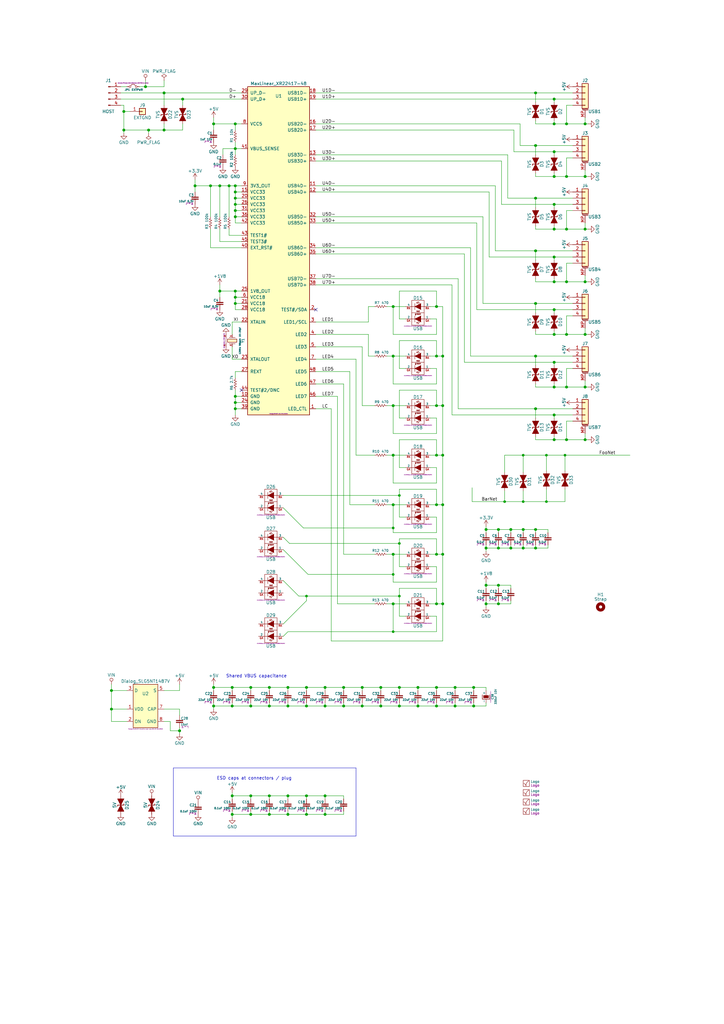
<source format=kicad_sch>
(kicad_sch (version 20230121) (generator eeschema)
  (paper "A3" portrait)
  (title_block (title "StickHub") (company "Stefan Hamminga (https://rbts.co)"))
  (junction (at 240.03 115.57) (diameter 1.016))
  (junction (at 199.39 217.17) (diameter 1.016))
  (junction (at 87.63 50.8) (diameter 1.016))
  (junction (at 194.31 281.94) (diameter 1.016))
  (junction (at 227.33 158.75) (diameter 1.016))
  (junction (at 95.25 334.01) (diameter 1.016))
  (junction (at 96.52 83.82) (diameter 1.016))
  (junction (at 179.07 166.37) (diameter 1.016))
  (junction (at 90.17 119.38) (diameter 1.016))
  (junction (at 179.07 125.73) (diameter 1.016))
  (junction (at 110.49 334.01) (diameter 1.016))
  (junction (at 93.98 76.2) (diameter 1.016))
  (junction (at 133.35 281.94) (diameter 1.016))
  (junction (at 181.61 247.65) (diameter 1.016))
  (junction (at 163.83 222.885))
  (junction (at 96.52 124.46) (diameter 1.016))
  (junction (at 163.83 244.475))
  (junction (at 156.21 289.56) (diameter 1.016))
  (junction (at 227.33 50.8) (diameter 1.016))
  (junction (at 219.71 38.1) (diameter 1.016))
  (junction (at 219.71 167.64) (diameter 1.016))
  (junction (at 87.63 281.94) (diameter 1.016))
  (junction (at 204.47 224.79) (diameter 1.016))
  (junction (at 59.69 35.56) (diameter 1.016))
  (junction (at 161.29 186.69) (diameter 1.016))
  (junction (at 227.33 170.18) (diameter 1.016))
  (junction (at 179.07 186.69) (diameter 1.016))
  (junction (at 163.83 281.94) (diameter 1.016))
  (junction (at 95.25 281.94) (diameter 1.016))
  (junction (at 219.71 146.05) (diameter 1.016))
  (junction (at 240.03 158.75) (diameter 1.016))
  (junction (at 181.61 227.33) (diameter 1.016))
  (junction (at 224.155 205.74))
  (junction (at 181.61 186.69) (diameter 1.016))
  (junction (at 96.52 88.9) (diameter 1.016))
  (junction (at 125.73 281.94) (diameter 1.016))
  (junction (at 73.66 299.72) (diameter 1.016))
  (junction (at 240.03 72.39) (diameter 1.016))
  (junction (at 171.45 289.56) (diameter 1.016))
  (junction (at 96.52 167.64) (diameter 1.016))
  (junction (at 214.63 186.69))
  (junction (at 161.29 247.65) (diameter 1.016))
  (junction (at 219.71 102.87) (diameter 1.016))
  (junction (at 96.52 165.1) (diameter 1.016))
  (junction (at 186.69 281.94) (diameter 1.016))
  (junction (at 95.25 326.39) (diameter 1.016))
  (junction (at 227.33 148.59) (diameter 1.016))
  (junction (at 227.33 180.34) (diameter 1.016))
  (junction (at 219.71 217.17) (diameter 1.016))
  (junction (at 227.33 62.23) (diameter 1.016))
  (junction (at 199.39 240.03) (diameter 1.016))
  (junction (at 50.8 45.72) (diameter 1.016))
  (junction (at 219.71 224.79) (diameter 1.016))
  (junction (at 227.33 93.98) (diameter 1.016))
  (junction (at 227.33 115.57) (diameter 1.016))
  (junction (at 118.11 334.01) (diameter 1.016))
  (junction (at 50.8 53.34) (diameter 1.016))
  (junction (at 163.83 289.56) (diameter 1.016))
  (junction (at 209.55 217.17) (diameter 1.016))
  (junction (at 96.52 76.2) (diameter 1.016))
  (junction (at 96.52 162.56) (diameter 1.016))
  (junction (at 102.87 334.01) (diameter 1.016))
  (junction (at 219.71 81.28) (diameter 1.016))
  (junction (at 74.93 40.64) (diameter 1.016))
  (junction (at 96.52 60.96) (diameter 1.016))
  (junction (at 118.11 289.56) (diameter 1.016))
  (junction (at 227.33 137.16) (diameter 1.016))
  (junction (at 60.96 53.34) (diameter 1.016))
  (junction (at 219.71 59.69) (diameter 1.016))
  (junction (at 161.29 227.33) (diameter 1.016))
  (junction (at 204.47 247.65) (diameter 1.016))
  (junction (at 163.83 203.2))
  (junction (at 125.73 244.475))
  (junction (at 156.21 281.94) (diameter 1.016))
  (junction (at 199.39 224.79) (diameter 1.016))
  (junction (at 45.72 283.21) (diameter 1.016))
  (junction (at 161.29 125.73) (diameter 1.016))
  (junction (at 110.49 281.94) (diameter 1.016))
  (junction (at 110.49 326.39) (diameter 1.016))
  (junction (at 102.87 289.56) (diameter 1.016))
  (junction (at 133.35 289.56) (diameter 1.016))
  (junction (at 214.63 217.17) (diameter 1.016))
  (junction (at 133.35 334.01) (diameter 1.016))
  (junction (at 95.25 289.56) (diameter 1.016))
  (junction (at 45.72 290.83) (diameter 1.016))
  (junction (at 96.52 86.36) (diameter 1.016))
  (junction (at 240.03 50.8) (diameter 1.016))
  (junction (at 199.39 247.65) (diameter 1.016))
  (junction (at 232.41 72.39) (diameter 1.016))
  (junction (at 181.61 207.01) (diameter 1.016))
  (junction (at 161.29 207.01) (diameter 1.016))
  (junction (at 80.01 76.2) (diameter 1.016))
  (junction (at 161.29 166.37) (diameter 1.016))
  (junction (at 240.03 93.98) (diameter 1.016))
  (junction (at 227.33 105.41) (diameter 1.016))
  (junction (at 194.31 289.56) (diameter 1.016))
  (junction (at 102.87 326.39) (diameter 1.016))
  (junction (at 96.52 50.8) (diameter 1.016))
  (junction (at 231.775 186.69))
  (junction (at 125.73 326.39) (diameter 1.016))
  (junction (at 161.29 259.08))
  (junction (at 232.41 50.8) (diameter 1.016))
  (junction (at 96.52 81.28) (diameter 1.016))
  (junction (at 227.33 72.39) (diameter 1.016))
  (junction (at 214.63 224.79) (diameter 1.016))
  (junction (at 204.47 217.17) (diameter 1.016))
  (junction (at 148.59 281.94) (diameter 1.016))
  (junction (at 110.49 289.56) (diameter 1.016))
  (junction (at 148.59 289.56) (diameter 1.016))
  (junction (at 87.63 289.56) (diameter 1.016))
  (junction (at 161.29 235.585))
  (junction (at 179.07 146.05) (diameter 1.016))
  (junction (at 232.41 93.98) (diameter 1.016))
  (junction (at 207.01 205.74))
  (junction (at 67.31 38.1) (diameter 1.016))
  (junction (at 181.61 166.37) (diameter 1.016))
  (junction (at 181.61 146.05) (diameter 1.016))
  (junction (at 125.73 289.56) (diameter 1.016))
  (junction (at 219.71 124.46) (diameter 1.016))
  (junction (at 232.41 158.75) (diameter 1.016))
  (junction (at 204.47 240.03) (diameter 1.016))
  (junction (at 232.41 180.34) (diameter 1.016))
  (junction (at 118.11 326.39) (diameter 1.016))
  (junction (at 118.11 281.94) (diameter 1.016))
  (junction (at 179.07 281.94) (diameter 1.016))
  (junction (at 96.52 78.74) (diameter 1.016))
  (junction (at 186.69 289.56) (diameter 1.016))
  (junction (at 227.33 40.64) (diameter 1.016))
  (junction (at 214.63 205.74))
  (junction (at 240.03 137.16) (diameter 1.016))
  (junction (at 67.31 53.34) (diameter 1.016))
  (junction (at 179.07 227.33) (diameter 1.016))
  (junction (at 96.52 119.38) (diameter 1.016))
  (junction (at 179.07 207.01) (diameter 1.016))
  (junction (at 227.33 127) (diameter 1.016))
  (junction (at 179.07 247.65) (diameter 1.016))
  (junction (at 161.29 146.05) (diameter 1.016))
  (junction (at 140.97 289.56) (diameter 1.016))
  (junction (at 140.97 281.94) (diameter 1.016))
  (junction (at 224.155 186.69))
  (junction (at 227.33 83.82) (diameter 1.016))
  (junction (at 125.73 334.01) (diameter 1.016))
  (junction (at 86.36 76.2) (diameter 1.016))
  (junction (at 133.35 326.39) (diameter 1.016))
  (junction (at 240.03 180.34) (diameter 1.016))
  (junction (at 179.07 289.56) (diameter 1.016))
  (junction (at 209.55 224.79) (diameter 1.016))
  (junction (at 96.52 121.92) (diameter 1.016))
  (junction (at 232.41 115.57) (diameter 1.016))
  (junction (at 90.17 76.2) (diameter 1.016))
  (junction (at 232.41 137.16) (diameter 1.016))
  (junction (at 102.87 281.94) (diameter 1.016))
  (junction (at 161.29 216.535))
  (junction (at 171.45 281.94) (diameter 1.016))
  (no_connect (at 99.06 160.02))
  (no_connect (at 129.54 127))
  (wire (pts (xy 224.155 200.66) (xy 224.155 205.74)))
  (wire (pts (xy 240.03 158.75) (xy 241.3 158.75)))
  (wire (pts (xy 95.25 332.74) (xy 95.25 334.01)))
  (wire (pts (xy 179.07 146.05) (xy 176.53 146.05)))
  (wire (pts (xy 102.87 288.29) (xy 102.87 289.56)))
  (wire (pts (xy 219.71 167.64) (xy 219.71 171.45)))
  (wire (pts (xy 179.07 191.77) (xy 179.07 198.12)))
  (wire (pts (xy 204.47 223.52) (xy 204.47 224.79)))
  (wire (pts (xy 110.49 334.01) (xy 118.11 334.01)))
  (wire (pts (xy 166.37 171.45) (xy 163.83 171.45)))
  (wire (pts (xy 181.61 247.65) (xy 179.07 247.65)))
  (wire (pts (xy 179.07 252.73) (xy 179.07 259.08)))
  (wire (pts (xy 219.71 124.46) (xy 219.71 128.27)))
  (wire (pts (xy 96.52 91.44) (xy 99.06 91.44)))
  (wire (pts (xy 179.07 125.73) (xy 176.53 125.73)))
  (wire (pts (xy 204.47 217.17) (xy 204.47 218.44)))
  (wire (pts (xy 176.53 171.45) (xy 179.07 171.45)))
  (wire (pts (xy 118.745 222.885) (xy 116.205 220.345)))
  (wire (pts (xy 73.66 298.45) (xy 73.66 299.72)))
  (wire (pts (xy 195.58 127) (xy 227.33 127)))
  (wire (pts (xy 219.71 81.28) (xy 219.71 85.09)))
  (wire (pts (xy 158.75 207.01) (xy 161.29 207.01)))
  (wire (pts (xy 194.31 281.94) (xy 194.31 283.21)))
  (wire (pts (xy 198.12 88.9) (xy 198.12 124.46)))
  (wire (pts (xy 232.41 115.57) (xy 240.03 115.57)))
  (wire (pts (xy 219.71 102.87) (xy 234.95 102.87)))
  (wire (pts (xy 219.71 49.53) (xy 219.71 50.8)))
  (wire (pts (xy 214.63 224.79) (xy 219.71 224.79)))
  (wire (pts (xy 161.29 227.33) (xy 166.37 227.33)))
  (wire (pts (xy 158.75 125.73) (xy 161.29 125.73)))
  (wire (pts (xy 102.87 326.39) (xy 102.87 327.66)))
  (wire (pts (xy 227.33 137.16) (xy 232.41 137.16)))
  (wire (pts (xy 179.07 241.3) (xy 179.07 247.65)))
  (wire (pts (xy 219.71 224.79) (xy 224.79 224.79)))
  (wire (pts (xy 116.205 203.2) (xy 163.83 203.2)))
  (wire (pts (xy 86.36 101.6) (xy 99.06 101.6)))
  (wire (pts (xy 91.44 60.96) (xy 91.44 63.5)))
  (wire (pts (xy 224.155 186.69) (xy 231.775 186.69)))
  (wire (pts (xy 49.53 38.1) (xy 67.31 38.1)))
  (wire (pts (xy 140.97 334.01) (xy 140.97 332.74)))
  (wire (pts (xy 227.33 40.64) (xy 227.33 41.91)))
  (wire (pts (xy 133.35 326.39) (xy 133.35 327.66)))
  (wire (pts (xy 45.72 283.21) (xy 45.72 290.83)))
  (wire (pts (xy 181.61 262.89) (xy 135.89 262.89)))
  (wire (pts (xy 199.39 240.03) (xy 204.47 240.03)))
  (wire (pts (xy 161.29 247.65) (xy 166.37 247.65)))
  (wire (pts (xy 234.95 86.36) (xy 232.41 86.36)))
  (wire (pts (xy 73.66 299.72) (xy 73.66 300.99)))
  (wire (pts (xy 227.33 83.82) (xy 234.95 83.82)))
  (wire (pts (xy 125.73 289.56) (xy 125.73 288.29)))
  (wire (pts (xy 186.69 281.94) (xy 186.69 283.21)))
  (wire (pts (xy 158.75 166.37) (xy 161.29 166.37)))
  (wire (pts (xy 110.49 281.94) (xy 118.11 281.94)))
  (wire (pts (xy 234.95 107.95) (xy 232.41 107.95)))
  (wire (pts (xy 90.17 119.38) (xy 90.17 121.92)))
  (wire (pts (xy 99.06 99.06) (xy 90.17 99.06)))
  (wire (pts (xy 90.17 116.84) (xy 90.17 119.38)))
  (wire (pts (xy 234.95 172.72) (xy 232.41 172.72)))
  (wire (pts (xy 49.53 40.64) (xy 74.93 40.64)))
  (wire (pts (xy 209.55 247.65) (xy 209.55 246.38)))
  (wire (pts (xy 99.06 152.4) (xy 96.52 152.4)))
  (wire (pts (xy 204.47 246.38) (xy 204.47 247.65)))
  (wire (pts (xy 102.87 289.56) (xy 110.49 289.56)))
  (wire (pts (xy 50.8 43.18) (xy 50.8 45.72)))
  (wire (pts (xy 199.39 217.17) (xy 199.39 218.44)))
  (wire (pts (xy 204.47 247.65) (xy 209.55 247.65)))
  (wire (pts (xy 179.07 281.94) (xy 179.07 283.21)))
  (wire (pts (xy 125.73 326.39) (xy 125.73 327.66)))
  (wire (pts (xy 93.98 93.98) (xy 93.98 96.52)))
  (wire (pts (xy 148.59 281.94) (xy 156.21 281.94)))
  (wire (pts (xy 199.39 281.94) (xy 199.39 283.21)))
  (wire (pts (xy 118.11 332.74) (xy 118.11 334.01)))
  (wire (pts (xy 227.33 170.18) (xy 234.95 170.18)))
  (wire (pts (xy 96.52 124.46) (xy 99.06 124.46)))
  (wire (pts (xy 203.2 102.87) (xy 219.71 102.87)))
  (wire (pts (xy 125.73 326.39) (xy 133.35 326.39)))
  (wire (pts (xy 93.98 96.52) (xy 99.06 96.52)))
  (wire (pts (xy 129.54 104.14) (xy 190.5 104.14)))
  (wire (pts (xy 224.79 217.17) (xy 219.71 217.17)))
  (wire (pts (xy 118.11 281.94) (xy 125.73 281.94)))
  (wire (pts (xy 163.83 281.94) (xy 171.45 281.94)))
  (wire (pts (xy 234.95 64.77) (xy 232.41 64.77)))
  (wire (pts (xy 163.83 203.2) (xy 163.83 200.66)))
  (wire (pts (xy 232.41 93.98) (xy 240.03 93.98)))
  (wire (pts (xy 207.01 186.69) (xy 214.63 186.69)))
  (wire (pts (xy 219.71 72.39) (xy 227.33 72.39)))
  (wire (pts (xy 210.82 53.34) (xy 210.82 62.23)))
  (wire (pts (xy 186.69 289.56) (xy 186.69 288.29)))
  (wire (pts (xy 213.36 50.8) (xy 213.36 59.69)))
  (wire (pts (xy 179.07 139.7) (xy 179.07 146.05)))
  (wire (pts (xy 163.83 130.81) (xy 163.83 119.38)))
  (wire (pts (xy 161.29 166.37) (xy 166.37 166.37)))
  (wire (pts (xy 60.96 53.34) (xy 60.96 54.61)))
  (wire (pts (xy 87.63 289.56) (xy 87.63 290.83)))
  (wire (pts (xy 161.29 235.585) (xy 161.29 227.33)))
  (wire (pts (xy 158.75 247.65) (xy 161.29 247.65)))
  (wire (pts (xy 129.54 132.08) (xy 151.13 132.08)))
  (wire (pts (xy 193.04 101.6) (xy 193.04 146.05)))
  (wire (pts (xy 193.04 146.05) (xy 219.71 146.05)))
  (wire (pts (xy 67.31 290.83) (xy 73.66 290.83)))
  (wire (pts (xy 102.87 334.01) (xy 110.49 334.01)))
  (wire (pts (xy 80.01 76.2) (xy 86.36 76.2)))
  (wire (pts (xy 96.52 86.36) (xy 96.52 88.9)))
  (wire (pts (xy 133.35 288.29) (xy 133.35 289.56)))
  (wire (pts (xy 181.61 227.33) (xy 181.61 247.65)))
  (wire (pts (xy 87.63 48.26) (xy 87.63 50.8)))
  (wire (pts (xy 158.75 186.69) (xy 161.29 186.69)))
  (wire (pts (xy 140.97 289.56) (xy 140.97 288.29)))
  (wire (pts (xy 125.73 281.94) (xy 125.73 283.21)))
  (wire (pts (xy 194.31 289.56) (xy 194.31 288.29)))
  (wire (pts (xy 232.41 172.72) (xy 232.41 180.34)))
  (wire (pts (xy 181.61 125.73) (xy 181.61 146.05)))
  (wire (pts (xy 96.52 88.9) (xy 96.52 91.44)))
  (wire (pts (xy 232.41 64.77) (xy 232.41 72.39)))
  (wire (pts (xy 163.83 180.34) (xy 179.07 180.34)))
  (wire (pts (xy 232.41 137.16) (xy 240.03 137.16)))
  (polyline (pts (xy 146.05 342.9) (xy 71.12 342.9)) (stroke (width 0) (type solid)))
  (wire (pts (xy 227.33 127) (xy 227.33 128.27)))
  (wire (pts (xy 45.72 290.83) (xy 52.07 290.83)))
  (wire (pts (xy 148.59 289.56) (xy 156.21 289.56)))
  (wire (pts (xy 67.31 38.1) (xy 99.06 38.1)))
  (wire (pts (xy 199.39 247.65) (xy 199.39 248.92)))
  (wire (pts (xy 122.555 244.475) (xy 116.205 238.125)))
  (wire (pts (xy 179.07 281.94) (xy 186.69 281.94)))
  (wire (pts (xy 74.93 40.64) (xy 74.93 43.18)))
  (wire (pts (xy 232.41 50.8) (xy 240.03 50.8)))
  (wire (pts (xy 129.54 116.84) (xy 185.42 116.84)))
  (wire (pts (xy 95.25 326.39) (xy 95.25 327.66)))
  (wire (pts (xy 124.46 216.535) (xy 116.205 208.28)))
  (wire (pts (xy 125.73 244.475) (xy 122.555 244.475)))
  (wire (pts (xy 199.39 240.03) (xy 199.39 241.3)))
  (wire (pts (xy 227.33 148.59) (xy 227.33 149.86)))
  (wire (pts (xy 204.47 224.79) (xy 209.55 224.79)))
  (wire (pts (xy 161.29 207.01) (xy 166.37 207.01)))
  (wire (pts (xy 227.33 83.82) (xy 227.33 85.09)))
  (wire (pts (xy 219.71 217.17) (xy 219.71 218.44)))
  (wire (pts (xy 204.47 240.03) (xy 209.55 240.03)))
  (wire (pts (xy 95.25 325.12) (xy 95.25 326.39)))
  (wire (pts (xy 219.71 124.46) (xy 234.95 124.46)))
  (wire (pts (xy 143.51 152.4) (xy 143.51 207.01)))
  (wire (pts (xy 129.54 137.16) (xy 151.13 137.16)))
  (wire (pts (xy 163.83 220.98) (xy 179.07 220.98)))
  (wire (pts (xy 227.33 170.18) (xy 227.33 171.45)))
  (wire (pts (xy 129.54 76.2) (xy 203.2 76.2)))
  (wire (pts (xy 199.39 247.65) (xy 204.47 247.65)))
  (wire (pts (xy 227.33 62.23) (xy 234.95 62.23)))
  (wire (pts (xy 163.83 222.885) (xy 118.745 222.885)))
  (wire (pts (xy 176.53 151.13) (xy 179.07 151.13)))
  (wire (pts (xy 140.97 227.33) (xy 153.67 227.33)))
  (wire (pts (xy 209.55 217.17) (xy 204.47 217.17)))
  (wire (pts (xy 125.73 334.01) (xy 133.35 334.01)))
  (wire (pts (xy 69.85 295.91) (xy 69.85 299.72)))
  (wire (pts (xy 166.37 232.41) (xy 163.83 232.41)))
  (wire (pts (xy 96.52 162.56) (xy 96.52 165.1)))
  (wire (pts (xy 199.39 223.52) (xy 199.39 224.79)))
  (wire (pts (xy 231.775 186.69) (xy 231.775 193.04)))
  (wire (pts (xy 240.03 93.98) (xy 240.03 91.44)))
  (wire (pts (xy 161.29 216.535) (xy 161.29 207.01)))
  (wire (pts (xy 163.83 289.56) (xy 171.45 289.56)))
  (wire (pts (xy 219.71 59.69) (xy 234.95 59.69)))
  (polyline (pts (xy 71.12 314.96) (xy 146.05 314.96)) (stroke (width 0) (type solid)))
  (wire (pts (xy 95.25 288.29) (xy 95.25 289.56)))
  (wire (pts (xy 45.72 280.67) (xy 45.72 283.21)))
  (wire (pts (xy 87.63 289.56) (xy 95.25 289.56)))
  (wire (pts (xy 176.53 130.81) (xy 179.07 130.81)))
  (wire (pts (xy 96.52 124.46) (xy 96.52 121.92)))
  (wire (pts (xy 179.07 238.76) (xy 161.29 238.76)))
  (wire (pts (xy 140.97 281.94) (xy 140.97 283.21)))
  (wire (pts (xy 227.33 114.3) (xy 227.33 115.57)))
  (wire (pts (xy 96.52 83.82) (xy 99.06 83.82)))
  (wire (pts (xy 96.52 167.64) (xy 96.52 170.18)))
  (wire (pts (xy 95.25 137.16) (xy 95.25 132.08)))
  (wire (pts (xy 69.85 299.72) (xy 73.66 299.72)))
  (wire (pts (xy 214.63 217.17) (xy 209.55 217.17)))
  (wire (pts (xy 181.61 186.69) (xy 181.61 207.01)))
  (wire (pts (xy 227.33 157.48) (xy 227.33 158.75)))
  (wire (pts (xy 166.37 130.81) (xy 163.83 130.81)))
  (wire (pts (xy 129.54 53.34) (xy 210.82 53.34)))
  (wire (pts (xy 161.29 198.12) (xy 161.29 186.69)))
  (wire (pts (xy 125.73 289.56) (xy 133.35 289.56)))
  (wire (pts (xy 219.71 146.05) (xy 234.95 146.05)))
  (wire (pts (xy 110.49 326.39) (xy 118.11 326.39)))
  (wire (pts (xy 67.31 38.1) (xy 67.31 43.18)))
  (wire (pts (xy 219.71 157.48) (xy 219.71 158.75)))
  (wire (pts (xy 138.43 247.65) (xy 153.67 247.65)))
  (wire (pts (xy 181.61 146.05) (xy 181.61 166.37)))
  (wire (pts (xy 176.53 191.77) (xy 179.07 191.77)))
  (wire (pts (xy 96.52 76.2) (xy 99.06 76.2)))
  (wire (pts (xy 219.71 223.52) (xy 219.71 224.79)))
  (wire (pts (xy 146.05 147.32) (xy 146.05 186.69)))
  (wire (pts (xy 99.06 127) (xy 96.52 127)))
  (wire (pts (xy 179.07 146.05) (xy 181.61 146.05)))
  (wire (pts (xy 129.54 88.9) (xy 198.12 88.9)))
  (wire (pts (xy 163.83 244.475) (xy 125.73 244.475)))
  (wire (pts (xy 240.03 72.39) (xy 240.03 69.85)))
  (wire (pts (xy 199.39 224.79) (xy 199.39 226.06)))
  (wire (pts (xy 151.13 125.73) (xy 151.13 132.08)))
  (wire (pts (xy 179.07 151.13) (xy 179.07 157.48)))
  (wire (pts (xy 67.31 33.02) (xy 67.31 35.56)))
  (wire (pts (xy 67.31 35.56) (xy 59.69 35.56)))
  (wire (pts (xy 199.39 288.29) (xy 199.39 289.56)))
  (wire (pts (xy 194.31 281.94) (xy 199.39 281.94)))
  (wire (pts (xy 96.52 60.96) (xy 96.52 63.5)))
  (wire (pts (xy 163.83 222.885) (xy 163.83 220.98)))
  (wire (pts (xy 110.49 332.74) (xy 110.49 334.01)))
  (wire (pts (xy 96.52 165.1) (xy 99.06 165.1)))
  (wire (pts (xy 96.52 83.82) (xy 96.52 86.36)))
  (wire (pts (xy 96.52 121.92) (xy 96.52 119.38)))
  (wire (pts (xy 181.61 207.01) (xy 181.61 227.33)))
  (wire (pts (xy 240.03 115.57) (xy 241.3 115.57)))
  (wire (pts (xy 129.54 152.4) (xy 143.51 152.4)))
  (wire (pts (xy 240.03 50.8) (xy 240.03 48.26)))
  (wire (pts (xy 219.71 114.3) (xy 219.71 115.57)))
  (wire (pts (xy 96.52 121.92) (xy 99.06 121.92)))
  (wire (pts (xy 161.29 146.05) (xy 166.37 146.05)))
  (wire (pts (xy 118.11 334.01) (xy 125.73 334.01)))
  (wire (pts (xy 87.63 50.8) (xy 87.63 53.34)))
  (wire (pts (xy 179.07 166.37) (xy 181.61 166.37)))
  (wire (pts (xy 190.5 148.59) (xy 227.33 148.59)))
  (wire (pts (xy 90.17 76.2) (xy 93.98 76.2)))
  (wire (pts (xy 151.13 146.05) (xy 153.67 146.05)))
  (wire (pts (xy 90.17 88.9) (xy 90.17 76.2)))
  (wire (pts (xy 96.52 119.38) (xy 99.06 119.38)))
  (wire (pts (xy 148.59 288.29) (xy 148.59 289.56)))
  (wire (pts (xy 204.47 240.03) (xy 204.47 241.3)))
  (wire (pts (xy 163.83 151.13) (xy 163.83 139.7)))
  (wire (pts (xy 96.52 152.4) (xy 96.52 154.94)))
  (wire (pts (xy 219.71 92.71) (xy 219.71 93.98)))
  (wire (pts (xy 135.89 262.89) (xy 135.89 167.64)))
  (wire (pts (xy 179.07 207.01) (xy 176.53 207.01)))
  (wire (pts (xy 209.55 223.52) (xy 209.55 224.79)))
  (wire (pts (xy 80.01 76.2) (xy 80.01 78.74)))
  (wire (pts (xy 96.52 60.96) (xy 91.44 60.96)))
  (wire (pts (xy 219.71 115.57) (xy 227.33 115.57)))
  (wire (pts (xy 200.66 78.74) (xy 200.66 105.41)))
  (wire (pts (xy 50.8 53.34) (xy 50.8 54.61)))
  (wire (pts (xy 161.29 177.8) (xy 161.29 166.37)))
  (wire (pts (xy 161.29 259.08) (xy 179.07 259.08)))
  (wire (pts (xy 129.54 78.74) (xy 200.66 78.74)))
  (wire (pts (xy 129.54 162.56) (xy 138.43 162.56)))
  (wire (pts (xy 179.07 220.98) (xy 179.07 227.33)))
  (wire (pts (xy 95.25 147.32) (xy 99.06 147.32)))
  (wire (pts (xy 86.36 88.9) (xy 86.36 76.2)))
  (wire (pts (xy 73.66 290.83) (xy 73.66 293.37)))
  (wire (pts (xy 185.42 116.84) (xy 185.42 170.18)))
  (wire (pts (xy 156.21 281.94) (xy 156.21 283.21)))
  (wire (pts (xy 219.71 179.07) (xy 219.71 180.34)))
  (wire (pts (xy 179.07 157.48) (xy 161.29 157.48)))
  (wire (pts (xy 95.25 142.24) (xy 95.25 147.32)))
  (wire (pts (xy 125.73 332.74) (xy 125.73 334.01)))
  (wire (pts (xy 129.54 63.5) (xy 208.28 63.5)))
  (wire (pts (xy 125.73 281.94) (xy 133.35 281.94)))
  (wire (pts (xy 227.33 179.07) (xy 227.33 180.34)))
  (wire (pts (xy 96.52 160.02) (xy 96.52 162.56)))
  (wire (pts (xy 214.63 217.17) (xy 214.63 218.44)))
  (wire (pts (xy 234.95 151.13) (xy 232.41 151.13)))
  (wire (pts (xy 59.69 35.56) (xy 59.69 33.02)))
  (wire (pts (xy 129.54 50.8) (xy 213.36 50.8)))
  (wire (pts (xy 129.54 114.3) (xy 187.96 114.3)))
  (wire (pts (xy 208.28 63.5) (xy 208.28 81.28)))
  (wire (pts (xy 87.63 280.67) (xy 87.63 281.94)))
  (wire (pts (xy 90.17 99.06) (xy 90.17 93.98)))
  (wire (pts (xy 179.07 198.12) (xy 161.29 198.12)))
  (wire (pts (xy 219.71 217.17) (xy 214.63 217.17)))
  (wire (pts (xy 179.07 207.01) (xy 181.61 207.01)))
  (wire (pts (xy 224.155 186.69) (xy 224.155 193.04)))
  (wire (pts (xy 219.71 102.87) (xy 219.71 106.68)))
  (wire (pts (xy 227.33 127) (xy 234.95 127)))
  (wire (pts (xy 195.58 91.44) (xy 195.58 127)))
  (wire (pts (xy 95.25 334.01) (xy 95.25 335.28)))
  (wire (pts (xy 227.33 93.98) (xy 232.41 93.98)))
  (wire (pts (xy 153.67 125.73) (xy 151.13 125.73)))
  (wire (pts (xy 140.97 326.39) (xy 140.97 327.66)))
  (wire (pts (xy 186.69 281.94) (xy 194.31 281.94)))
  (wire (pts (xy 96.52 50.8) (xy 99.06 50.8)))
  (wire (pts (xy 133.35 334.01) (xy 140.97 334.01)))
  (wire (pts (xy 240.03 137.16) (xy 240.03 134.62)))
  (wire (pts (xy 133.35 281.94) (xy 140.97 281.94)))
  (wire (pts (xy 86.36 76.2) (xy 90.17 76.2)))
  (wire (pts (xy 95.25 289.56) (xy 102.87 289.56)))
  (wire (pts (xy 143.51 207.01) (xy 153.67 207.01)))
  (wire (pts (xy 102.87 281.94) (xy 110.49 281.94)))
  (wire (pts (xy 186.69 289.56) (xy 194.31 289.56)))
  (wire (pts (xy 129.54 40.64) (xy 227.33 40.64)))
  (wire (pts (xy 163.83 160.02) (xy 179.07 160.02)))
  (wire (pts (xy 110.49 288.29) (xy 110.49 289.56)))
  (wire (pts (xy 219.71 180.34) (xy 227.33 180.34)))
  (wire (pts (xy 45.72 283.21) (xy 52.07 283.21)))
  (wire (pts (xy 67.31 53.34) (xy 74.93 53.34)))
  (wire (pts (xy 125.73 244.475) (xy 125.73 246.38)))
  (wire (pts (xy 219.71 50.8) (xy 227.33 50.8)))
  (wire (pts (xy 219.71 59.69) (xy 219.71 63.5)))
  (wire (pts (xy 227.33 115.57) (xy 232.41 115.57)))
  (wire (pts (xy 227.33 50.8) (xy 232.41 50.8)))
  (wire (pts (xy 240.03 180.34) (xy 241.3 180.34)))
  (wire (pts (xy 219.71 81.28) (xy 234.95 81.28)))
  (wire (pts (xy 96.52 81.28) (xy 96.52 83.82)))
  (wire (pts (xy 96.52 127) (xy 96.52 124.46)))
  (wire (pts (xy 140.97 281.94) (xy 148.59 281.94)))
  (wire (pts (xy 227.33 180.34) (xy 232.41 180.34)))
  (wire (pts (xy 118.11 259.08) (xy 116.205 260.985)))
  (wire (pts (xy 87.63 281.94) (xy 87.63 283.21)))
  (wire (pts (xy 133.35 289.56) (xy 140.97 289.56)))
  (wire (pts (xy 227.33 49.53) (xy 227.33 50.8)))
  (wire (pts (xy 161.29 235.585) (xy 126.365 235.585)))
  (wire (pts (xy 179.07 166.37) (xy 176.53 166.37)))
  (wire (pts (xy 161.29 238.76) (xy 161.29 235.585)))
  (wire (pts (xy 133.35 326.39) (xy 140.97 326.39)))
  (wire (pts (xy 163.83 244.475) (xy 163.83 241.3)))
  (wire (pts (xy 52.07 295.91) (xy 45.72 295.91)))
  (wire (pts (xy 158.75 146.05) (xy 161.29 146.05)))
  (wire (pts (xy 86.36 101.6) (xy 86.36 93.98)))
  (wire (pts (xy 45.72 295.91) (xy 45.72 290.83)))
  (wire (pts (xy 234.95 43.18) (xy 232.41 43.18)))
  (wire (pts (xy 133.35 332.74) (xy 133.35 334.01)))
  (wire (pts (xy 207.01 205.74) (xy 214.63 205.74)))
  (wire (pts (xy 179.07 186.69) (xy 176.53 186.69)))
  (wire (pts (xy 163.83 171.45) (xy 163.83 160.02)))
  (wire (pts (xy 232.41 107.95) (xy 232.41 115.57)))
  (wire (pts (xy 227.33 40.64) (xy 234.95 40.64)))
  (wire (pts (xy 96.52 78.74) (xy 96.52 76.2)))
  (wire (pts (xy 96.52 81.28) (xy 99.06 81.28)))
  (wire (pts (xy 232.41 151.13) (xy 232.41 158.75)))
  (wire (pts (xy 135.89 167.64) (xy 129.54 167.64)))
  (wire (pts (xy 163.83 252.73) (xy 163.83 244.475)))
  (wire (pts (xy 99.06 78.74) (xy 96.52 78.74)))
  (wire (pts (xy 193.675 200.025) (xy 193.675 205.74)))
  (wire (pts (xy 179.07 137.16) (xy 161.29 137.16)))
  (wire (pts (xy 240.03 180.34) (xy 240.03 177.8)))
  (wire (pts (xy 96.52 88.9) (xy 99.06 88.9)))
  (wire (pts (xy 199.39 246.38) (xy 199.39 247.65)))
  (wire (pts (xy 171.45 281.94) (xy 179.07 281.94)))
  (wire (pts (xy 138.43 162.56) (xy 138.43 247.65)))
  (wire (pts (xy 163.83 212.09) (xy 163.83 203.2)))
  (wire (pts (xy 232.41 158.75) (xy 240.03 158.75)))
  (wire (pts (xy 118.11 326.39) (xy 118.11 327.66)))
  (wire (pts (xy 99.06 60.96) (xy 96.52 60.96)))
  (wire (pts (xy 50.8 45.72) (xy 50.8 53.34)))
  (wire (pts (xy 179.07 125.73) (xy 181.61 125.73)))
  (wire (pts (xy 161.29 125.73) (xy 166.37 125.73)))
  (wire (pts (xy 179.07 289.56) (xy 171.45 289.56)))
  (wire (pts (xy 171.45 289.56) (xy 171.45 288.29)))
  (wire (pts (xy 179.07 180.34) (xy 179.07 186.69)))
  (wire (pts (xy 163.83 200.66) (xy 179.07 200.66)))
  (polyline (pts (xy 146.05 314.96) (xy 146.05 342.9)) (stroke (width 0) (type solid)))
  (wire (pts (xy 214.63 201.295) (xy 214.63 205.74)))
  (wire (pts (xy 209.55 217.17) (xy 209.55 218.44)))
  (wire (pts (xy 50.8 45.72) (xy 53.34 45.72)))
  (wire (pts (xy 163.83 281.94) (xy 163.83 283.21)))
  (wire (pts (xy 87.63 288.29) (xy 87.63 289.56)))
  (wire (pts (xy 67.31 295.91) (xy 69.85 295.91)))
  (wire (pts (xy 179.07 186.69) (xy 181.61 186.69)))
  (wire (pts (xy 219.71 38.1) (xy 219.71 41.91)))
  (wire (pts (xy 95.25 326.39) (xy 102.87 326.39)))
  (wire (pts (xy 214.63 186.69) (xy 214.63 193.675)))
  (wire (pts (xy 227.33 135.89) (xy 227.33 137.16)))
  (wire (pts (xy 219.71 135.89) (xy 219.71 137.16)))
  (wire (pts (xy 234.95 129.54) (xy 232.41 129.54)))
  (wire (pts (xy 187.96 167.64) (xy 219.71 167.64)))
  (wire (pts (xy 158.75 227.33) (xy 161.29 227.33)))
  (wire (pts (xy 227.33 105.41) (xy 234.95 105.41)))
  (wire (pts (xy 224.79 224.79) (xy 224.79 223.52)))
  (wire (pts (xy 74.93 40.64) (xy 99.06 40.64)))
  (wire (pts (xy 163.83 289.56) (xy 163.83 288.29)))
  (wire (pts (xy 95.25 334.01) (xy 102.87 334.01)))
  (wire (pts (xy 179.07 227.33) (xy 176.53 227.33)))
  (wire (pts (xy 67.31 283.21) (xy 73.66 283.21)))
  (wire (pts (xy 213.36 59.69) (xy 219.71 59.69)))
  (wire (pts (xy 198.12 124.46) (xy 219.71 124.46)))
  (wire (pts (xy 163.83 139.7) (xy 179.07 139.7)))
  (wire (pts (xy 207.01 186.69) (xy 207.01 193.675)))
  (wire (pts (xy 179.07 288.29) (xy 179.07 289.56)))
  (wire (pts (xy 146.05 186.69) (xy 153.67 186.69)))
  (wire (pts (xy 166.37 191.77) (xy 163.83 191.77)))
  (wire (pts (xy 102.87 332.74) (xy 102.87 334.01)))
  (wire (pts (xy 163.83 232.41) (xy 163.83 222.885)))
  (wire (pts (xy 179.07 289.56) (xy 186.69 289.56)))
  (wire (pts (xy 205.74 83.82) (xy 227.33 83.82)))
  (wire (pts (xy 166.37 212.09) (xy 163.83 212.09)))
  (wire (pts (xy 166.37 151.13) (xy 163.83 151.13)))
  (wire (pts (xy 57.15 35.56) (xy 59.69 35.56)))
  (wire (pts (xy 96.52 162.56) (xy 99.06 162.56)))
  (wire (pts (xy 205.74 66.04) (xy 205.74 83.82)))
  (wire (pts (xy 193.675 205.74) (xy 207.01 205.74)))
  (wire (pts (xy 219.71 71.12) (xy 219.71 72.39)))
  (wire (pts (xy 129.54 157.48) (xy 140.97 157.48)))
  (wire (pts (xy 118.11 289.56) (xy 125.73 289.56)))
  (wire (pts (xy 179.07 177.8) (xy 161.29 177.8)))
  (wire (pts (xy 156.21 289.56) (xy 156.21 288.29)))
  (wire (pts (xy 161.29 186.69) (xy 166.37 186.69)))
  (wire (pts (xy 181.61 247.65) (xy 181.61 262.89)))
  (wire (pts (xy 110.49 289.56) (xy 118.11 289.56)))
  (wire (pts (xy 240.03 93.98) (xy 241.3 93.98)))
  (wire (pts (xy 125.73 246.38) (xy 116.205 255.905)))
  (wire (pts (xy 219.71 158.75) (xy 227.33 158.75)))
  (wire (pts (xy 190.5 104.14) (xy 190.5 148.59)))
  (wire (pts (xy 90.17 119.38) (xy 96.52 119.38)))
  (wire (pts (xy 219.71 93.98) (xy 227.33 93.98)))
  (wire (pts (xy 208.28 81.28) (xy 219.71 81.28)))
  (wire (pts (xy 227.33 148.59) (xy 234.95 148.59)))
  (wire (pts (xy 219.71 38.1) (xy 234.95 38.1)))
  (wire (pts (xy 161.29 157.48) (xy 161.29 146.05)))
  (wire (pts (xy 156.21 281.94) (xy 163.83 281.94)))
  (wire (pts (xy 227.33 92.71) (xy 227.33 93.98)))
  (wire (pts (xy 118.11 259.08) (xy 161.29 259.08)))
  (wire (pts (xy 240.03 137.16) (xy 241.3 137.16)))
  (wire (pts (xy 118.11 281.94) (xy 118.11 283.21)))
  (wire (pts (xy 126.365 235.585) (xy 116.205 225.425)))
  (wire (pts (xy 148.59 142.24) (xy 148.59 166.37)))
  (wire (pts (xy 214.63 186.69) (xy 224.155 186.69)))
  (wire (pts (xy 95.25 132.08) (xy 99.06 132.08)))
  (wire (pts (xy 96.52 86.36) (xy 99.06 86.36)))
  (wire (pts (xy 232.41 129.54) (xy 232.41 137.16)))
  (wire (pts (xy 179.07 227.33) (xy 181.61 227.33)))
  (wire (pts (xy 163.83 241.3) (xy 179.07 241.3)))
  (wire (pts (xy 176.53 212.09) (xy 179.07 212.09)))
  (wire (pts (xy 95.25 281.94) (xy 102.87 281.94)))
  (wire (pts (xy 49.53 35.56) (xy 52.07 35.56)))
  (wire (pts (xy 74.93 50.8) (xy 74.93 53.34)))
  (wire (pts (xy 96.52 165.1) (xy 96.52 167.64)))
  (wire (pts (xy 199.39 289.56) (xy 194.31 289.56)))
  (wire (pts (xy 219.71 137.16) (xy 227.33 137.16)))
  (wire (pts (xy 148.59 281.94) (xy 148.59 283.21)))
  (wire (pts (xy 129.54 147.32) (xy 146.05 147.32)))
  (wire (pts (xy 118.11 288.29) (xy 118.11 289.56)))
  (wire (pts (xy 179.07 200.66) (xy 179.07 207.01)))
  (wire (pts (xy 240.03 50.8) (xy 241.3 50.8)))
  (wire (pts (xy 118.11 326.39) (xy 125.73 326.39)))
  (wire (pts (xy 209.55 224.79) (xy 214.63 224.79)))
  (wire (pts (xy 227.33 158.75) (xy 232.41 158.75)))
  (wire (pts (xy 151.13 137.16) (xy 151.13 146.05)))
  (wire (pts (xy 199.39 224.79) (xy 204.47 224.79)))
  (wire (pts (xy 166.37 252.73) (xy 163.83 252.73)))
  (wire (pts (xy 179.07 218.44) (xy 161.29 218.44)))
  (wire (pts (xy 87.63 281.94) (xy 95.25 281.94)))
  (wire (pts (xy 185.42 170.18) (xy 227.33 170.18)))
  (wire (pts (xy 133.35 281.94) (xy 133.35 283.21)))
  (wire (pts (xy 129.54 66.04) (xy 205.74 66.04)))
  (wire (pts (xy 163.83 191.77) (xy 163.83 180.34)))
  (wire (pts (xy 87.63 50.8) (xy 96.52 50.8)))
  (wire (pts (xy 240.03 115.57) (xy 240.03 113.03)))
  (wire (pts (xy 231.775 186.69) (xy 258.445 186.69)))
  (wire (pts (xy 140.97 157.48) (xy 140.97 227.33)))
  (wire (pts (xy 96.52 60.96) (xy 96.52 58.42)))
  (wire (pts (xy 161.29 216.535) (xy 124.46 216.535)))
  (wire (pts (xy 232.41 72.39) (xy 240.03 72.39)))
  (wire (pts (xy 148.59 289.56) (xy 140.97 289.56)))
  (wire (pts (xy 232.41 180.34) (xy 240.03 180.34)))
  (wire (pts (xy 214.63 205.74) (xy 224.155 205.74)))
  (wire (pts (xy 93.98 76.2) (xy 93.98 88.9)))
  (wire (pts (xy 129.54 38.1) (xy 219.71 38.1)))
  (wire (pts (xy 176.53 232.41) (xy 179.07 232.41)))
  (wire (pts (xy 227.33 62.23) (xy 227.33 63.5)))
  (wire (pts (xy 80.01 73.66) (xy 80.01 76.2)))
  (wire (pts (xy 148.59 166.37) (xy 153.67 166.37)))
  (wire (pts (xy 50.8 53.34) (xy 60.96 53.34)))
  (wire (pts (xy 60.96 53.34) (xy 67.31 53.34)))
  (wire (pts (xy 129.54 91.44) (xy 195.58 91.44)))
  (wire (pts (xy 210.82 62.23) (xy 227.33 62.23)))
  (wire (pts (xy 207.01 201.295) (xy 207.01 205.74)))
  (wire (pts (xy 240.03 158.75) (xy 240.03 156.21)))
  (wire (pts (xy 240.03 72.39) (xy 241.3 72.39)))
  (wire (pts (xy 179.07 119.38) (xy 179.07 125.73)))
  (wire (pts (xy 163.83 119.38) (xy 179.07 119.38)))
  (wire (pts (xy 232.41 86.36) (xy 232.41 93.98)))
  (wire (pts (xy 102.87 281.94) (xy 102.87 283.21)))
  (wire (pts (xy 227.33 105.41) (xy 227.33 106.68)))
  (wire (pts (xy 110.49 281.94) (xy 110.49 283.21)))
  (wire (pts (xy 224.155 205.74) (xy 231.775 205.74)))
  (wire (pts (xy 176.53 252.73) (xy 179.07 252.73)))
  (wire (pts (xy 95.25 281.94) (xy 95.25 283.21)))
  (wire (pts (xy 187.96 114.3) (xy 187.96 167.64)))
  (wire (pts (xy 219.71 167.64) (xy 234.95 167.64)))
  (wire (pts (xy 171.45 281.94) (xy 171.45 283.21)))
  (wire (pts (xy 67.31 50.8) (xy 67.31 53.34)))
  (wire (pts (xy 129.54 142.24) (xy 148.59 142.24)))
  (wire (pts (xy 96.52 78.74) (xy 96.52 81.28)))
  (wire (pts (xy 161.29 137.16) (xy 161.29 125.73)))
  (wire (pts (xy 161.29 218.44) (xy 161.29 216.535)))
  (wire (pts (xy 179.07 171.45) (xy 179.07 177.8)))
  (wire (pts (xy 232.41 43.18) (xy 232.41 50.8)))
  (polyline (pts (xy 71.12 314.96) (xy 71.12 342.9)) (stroke (width 0) (type solid)))
  (wire (pts (xy 199.39 215.9) (xy 199.39 217.17)))
  (wire (pts (xy 214.63 223.52) (xy 214.63 224.79)))
  (wire (pts (xy 227.33 72.39) (xy 232.41 72.39)))
  (wire (pts (xy 181.61 166.37) (xy 181.61 186.69)))
  (wire (pts (xy 161.29 259.08) (xy 161.29 247.65)))
  (wire (pts (xy 96.52 53.34) (xy 96.52 50.8)))
  (wire (pts (xy 224.79 218.44) (xy 224.79 217.17)))
  (wire (pts (xy 96.52 167.64) (xy 99.06 167.64)))
  (wire (pts (xy 129.54 101.6) (xy 193.04 101.6)))
  (wire (pts (xy 203.2 76.2) (xy 203.2 102.87)))
  (wire (pts (xy 179.07 212.09) (xy 179.07 218.44)))
  (wire (pts (xy 209.55 240.03) (xy 209.55 241.3)))
  (wire (pts (xy 227.33 71.12) (xy 227.33 72.39)))
  (wire (pts (xy 156.21 289.56) (xy 163.83 289.56)))
  (wire (pts (xy 102.87 326.39) (xy 110.49 326.39)))
  (wire (pts (xy 73.66 283.21) (xy 73.66 280.67)))
  (wire (pts (xy 179.07 232.41) (xy 179.07 238.76)))
  (wire (pts (xy 179.07 160.02) (xy 179.07 166.37)))
  (wire (pts (xy 179.07 130.81) (xy 179.07 137.16)))
  (wire (pts (xy 93.98 76.2) (xy 96.52 76.2)))
  (wire (pts (xy 199.39 238.76) (xy 199.39 240.03)))
  (wire (pts (xy 200.66 105.41) (xy 227.33 105.41)))
  (wire (pts (xy 49.53 43.18) (xy 50.8 43.18)))
  (wire (pts (xy 219.71 146.05) (xy 219.71 149.86)))
  (wire (pts (xy 179.07 247.65) (xy 176.53 247.65)))
  (wire (pts (xy 204.47 217.17) (xy 199.39 217.17)))
  (wire (pts (xy 231.775 200.66) (xy 231.775 205.74)))
  (wire (pts (xy 110.49 326.39) (xy 110.49 327.66)))
  (text "ESD caps at connectors / plug" (at 88.9 320.04 0) (effects (font (size 1.27 1.27)) (justify left bottom)))
  (text "Shared VBUS capacitance" (at 92.71 278.13 0) (effects (font (size 1.27 1.27)) (justify left bottom)))
  (label "LED1" (at 132.08 132.08 0))
  (label "BarNet" (at 197.485 205.74 0))
  (label "LED5" (at 132.08 152.4 0))
  (label "U1D-" (at 132.08 38.1 0))
  (label "U5D-" (at 132.08 88.9 0))
  (label "U3D-" (at 132.08 63.5 0))
  (label "D-" (at 93.98 38.1 0))
  (label "LED4" (at 132.08 147.32 0))
  (label "U4D-" (at 132.08 76.2 0))
  (label "U4D+" (at 132.08 78.74 0))
  (label "LED3" (at 132.08 142.24 0))
  (label "XI" (at 97.79 132.08 0))
  (label "D+" (at 93.98 40.64 0))
  (label "U1D+" (at 132.08 40.64 0))
  (label "U2D+" (at 132.08 53.34 0))
  (label "U2D-" (at 132.08 50.8 0))
  (label "LED7" (at 132.08 162.56 0))
  (label "LED2" (at 132.08 137.16 0))
  (label "U6D-" (at 132.08 101.6 0))
  (label "FooNet" (at 245.745 186.69 0))
  (label "U7D-" (at 132.08 114.3 0))
  (label "U7D+" (at 132.08 116.84 0))
  (label "LED6" (at 132.08 157.48 0))
  (label "U3D+" (at 132.08 66.04 0))
  (label "U5D+" (at 132.08 91.44 0))
  (label "LC" (at 132.08 167.64 0))
  (label "XO" (at 97.79 147.32 0))
  (label "U6D+" (at 132.08 104.14 0))
  (symbol (lib_id "RobotProtos:RSMALL") (at 156.21 207.01 270) (unit 1)
    (property "Reference" "R11" (at 155.702 205.486 90) (effects (font (size 0.9906 0.9906)) (justify right)))
    (property "Value" "470" (at 156.464 205.486 90) (effects (font (size 0.991 0.991)) (justify left)))
    (property "Footprint" "Resistor_SMD:1608_C" (effects hide))
    (property "USD_per_1000" "0,024" (effects hide))
    (property "USD_per_1" "0,08" (effects hide))
    (property "MPN" "0402WGF4700TCE" (effects hide))
  )
  (symbol (lib_id "RobotProtos:VIN") (at 45.72 280.67 0) (unit 1)
    (property "Reference" "#PWR036" (effects hide))
    (property "Value" "VIN" (at 45.72 276.86 0))
  )
  (symbol (lib_name "Logo_3") (lib_id "RobotProtos:Logo") (at 215.9 332.74 0) (unit 1)
    (property "Reference" "LOGO4" (effects hide))
    (property "Value" "Logo" (at 217.678 331.978 0) (effects (font (size 0.9906 0.9906)) (justify left)))
    (property "Footprint" "Logo" (at 217.678 333.502 0) (effects (font (size 0.991 0.991)) (justify left)))
    (property "Description" "Not Populated" (effects hide))
  )
  (symbol (lib_id "power:PWR_FLAG") (at 67.31 33.02 0) (unit 1)
    (property "Reference" "#FLG0102" (effects hide))
    (property "Value" "PWR_FLAG" (at 67.31 29.21 0))
  )
  (symbol (lib_id "power:GND") (at 80.01 83.82 0) (unit 1)
    (property "Reference" "#PWR013" (effects hide))
    (property "Value" "GND" (at 80.01 87.63 0))
  )
  (symbol (lib_id "power:GND") (at 241.3 72.39 90) (mirror x) (unit 1)
    (property "Reference" "#PWR010" (effects hide))
    (property "Value" "GND" (at 245.11 72.39 0))
  )
  (symbol (lib_id "RobotProtos:D_TVS_Filled") (at 219.71 175.26 270) (mirror x) (unit 1)
    (property "Reference" "D13" (at 222.25 175.26 0))
    (property "Value" "TVS" (at 217.17 175.26 0))
    (property "Footprint" "Diode_SMD:1006_C" (effects hide))
    (property "MPN" "AR0521P1" (effects hide))
    (property "Description" "0.5pF 3.3V" (effects hide))
  )
  (symbol (lib_id "power:+1V8") (at 90.17 116.84 0) (unit 1)
    (property "Reference" "#PWR017" (effects hide))
    (property "Value" "+1V8" (at 90.17 113.284 0))
  )
  (symbol (lib_id "RobotProtos:Conn_01x01") (at 58.42 45.72 0) (unit 1)
    (property "Reference" "J9" (at 58.42 43.18 0))
    (property "Value" "EXTGND" (at 58.42 48.26 0))
    (property "Footprint" "SH_Solder_Pads:1P-1.5x1.5" (effects hide))
    (property "Description" "Not Populated" (effects hide))
  )
  (symbol (lib_id "RobotProtos:Csmall") (at 118.11 330.2 0) (mirror y) (unit 1)
    (property "Reference" "C17" (at 117.602 328.93 0) (effects (font (size 0.9906 0.9906)) (justify left)))
    (property "Value" "0.1uF 100V" (at 117.602 331.47 0) (effects (font (size 0.787 0.787)) (justify left)))
    (property "Footprint" "Capacitor_SMD:1608_C" (effects hide))
    (property "Voltage" "16V" (at 117.348 332.232 0) (effects (font (size 0.254 0.254) bold) (justify left)))
    (property "Tolerance" "10%" (at 115.824 332.232 0) (effects (font (size 0.254 0.254))))
    (property "Package" "1608" (at 117.348 332.74 0) (effects (font (size 0.2032 0.2032) bold) (justify left)))
    (property "Footprint_Density" "C" (at 114.554 332.74 0) (effects (font (size 0.254 0.254) bold)))
    (property "Dielectric" "X7R" (at 114.808 332.232 0) (effects (font (size 0.254 0.254))))
    (property "Footprint_Library" "Capacitor_SMD" (effects hide))
    (property "MPN" "NM0805B104K101CEDN" (effects hide))
    (property "Sim.Device" "SPICE" (effects hide))
    (property "Sim.Params" "type=\"C\" model=\"100n\" lib=\"\"" (effects hide))
    (property "Sim.Pins" "1=1 2=2" (effects hide))
  )
  (symbol (lib_id "RobotProtos:D_TVS_Filled") (at 219.71 132.08 270) (mirror x) (unit 1)
    (property "Reference" "D9" (at 222.25 132.08 0))
    (property "Value" "TVS" (at 217.17 132.08 0))
    (property "Footprint" "Diode_SMD:1006_C" (effects hide))
    (property "MPN" "AR0521P1" (effects hide))
    (property "Description" "0.5pF 3.3V" (effects hide))
  )
  (symbol (lib_id "RobotProtos:Csmall") (at 199.39 243.84 0) (mirror y) (unit 1)
    (property "Reference" "C11" (at 198.882 242.57 0) (effects (font (size 0.9906 0.9906)) (justify left)))
    (property "Value" "0.1uF" (at 198.882 245.11 0) (effects (font (size 0.787 0.787)) (justify left)))
    (property "Footprint" "Capacitor_SMD:1608_C" (effects hide))
    (property "Voltage" "16V" (at 198.628 245.872 0) (effects (font (size 0.254 0.254) bold) (justify left)))
    (property "Tolerance" "10%" (at 197.104 245.872 0) (effects (font (size 0.254 0.254))))
    (property "Package" "1608" (at 198.628 246.38 0) (effects (font (size 0.2032 0.2032) bold) (justify left)))
    (property "Footprint_Density" "C" (at 195.834 246.38 0) (effects (font (size 0.254 0.254) bold)))
    (property "Dielectric" "X7R" (at 196.088 245.872 0) (effects (font (size 0.254 0.254))))
    (property "Footprint_Library" "Capacitor_SMD" (effects hide))
    (property "MPN" "CC0402KRX7R7BB104" (effects hide))
    (property "Sim.Device" "SPICE" (effects hide))
    (property "Sim.Params" "type=\"C\" model=\"100n\" lib=\"\"" (effects hide))
    (property "Sim.Pins" "1=1 2=2" (effects hide))
  )
  (symbol (lib_id "power:+5V") (at 234.95 165.1 90) (mirror x) (unit 1)
    (property "Reference" "#PWR025" (effects hide))
    (property "Value" "+5V" (at 231.394 165.1 0))
  )
  (symbol (lib_id "RobotProtos:LED_DUAL_red_green") (at 171.45 128.27 0) (unit 1)
    (property "Reference" "D15" (at 171.45 122.174 0))
    (property "Value" "USB" (at 171.45 134.747 0))
    (property "Footprint" "LED_SMD:Duo_LED_1.6x0.8_Kingbright_APHB1608LZGKSURKC" (at 171.45 133.731 0) (effects (font (size 0.254 0.254))))
    (property "MPN" "APHB1608SGEC" (effects hide))
  )
  (symbol (lib_id "power:+5V") (at 49.53 326.39 0) (unit 1)
    (property "Reference" "#PWR040" (effects hide))
    (property "Value" "+5V" (at 49.53 322.834 0))
  )
  (symbol (lib_id "RobotProtos:Crystal_small_4P") (at 95.25 139.7 270) (unit 1)
    (property "Reference" "Y1" (at 99.695 139.7 0) (effects (font (size 0.9906 0.9906))))
    (property "Value" "12MHz 50ppm 16-20pF" (at 98.425 139.7 0) (effects (font (size 0.61 0.61))))
    (property "Footprint" "Crystal:Crystal_4-SMD_2.5x2mm" (at 91.948 139.7 0) (effects (font (size 0.254 0.254))))
    (property "MPN" "CM4012M00020T8188026" (effects hide))
  )
  (symbol (lib_id "power:+5V") (at 234.95 78.74 90) (mirror x) (unit 1)
    (property "Reference" "#PWR012" (effects hide))
    (property "Value" "+5V" (at 231.394 78.74 0))
  )
  (symbol (lib_id "RobotProtos:Csmall") (at 81.28 331.47 0) (mirror y) (unit 1)
    (property "Reference" "C21" (at 80.772 330.2 0) (effects (font (size 0.9906 0.9906)) (justify left)))
    (property "Value" "0.1uF 100V" (at 80.772 332.74 0) (effects (font (size 0.787 0.787)) (justify left)))
    (property "Footprint" "Capacitor_SMD:1608_C" (effects hide))
    (property "Voltage" "16V" (at 80.518 333.502 0) (effects (font (size 0.254 0.254) bold) (justify left)))
    (property "Tolerance" "10%" (at 78.994 333.502 0) (effects (font (size 0.254 0.254))))
    (property "Package" "1608" (at 80.518 334.01 0) (effects (font (size 0.2032 0.2032) bold) (justify left)))
    (property "Footprint_Density" "C" (at 77.724 334.01 0) (effects (font (size 0.254 0.254) bold)))
    (property "Dielectric" "X7R" (at 77.978 333.502 0) (effects (font (size 0.254 0.254))))
    (property "Footprint_Library" "Capacitor_SMD" (effects hide))
    (property "MPN" "NM0805B104K101CEDN" (effects hide))
    (property "Sim.Device" "SPICE" (effects hide))
    (property "Sim.Params" "type=\"C\" model=\"100n\" lib=\"\"" (effects hide))
    (property "Sim.Pins" "1=1 2=2" (effects hide))
  )
  (symbol (lib_id "power:GND") (at 199.39 226.06 0) (unit 1)
    (property "Reference" "#PWR029" (effects hide))
    (property "Value" "GND" (at 199.39 229.87 0))
  )
  (symbol (lib_id "RobotProtos:RSMALL") (at 93.98 91.44 0) (unit 1)
    (property "Reference" "R5" (at 92.456 91.948 90) (effects (font (size 0.9906 0.9906)) (justify right)))
    (property "Value" "100k" (at 92.456 91.186 90) (effects (font (size 0.991 0.991)) (justify left)))
    (property "Footprint" "Resistor_SMD:1608_C" (effects hide))
    (property "USD_per_1000" "0,024" (effects hide))
    (property "USD_per_1" "0,08" (effects hide))
    (property "MPN" "0402WGF1003TCE" (effects hide))
  )
  (symbol (lib_id "RobotProtos:Conn_01x04_MountingPin") (at 240.03 102.87 0) (unit 1)
    (property "Reference" "J5" (at 240.03 97.79 0))
    (property "Value" "USB4" (at 241.3 110.49 0) (effects (justify left)))
    (property "Footprint" "Connector_JST:JST_SH_SM04B-SRSS-TB_1x04-1MP_P1.00mm_Horizontal" (effects hide))
    (property "Description" "JST SH 4-Pin horizontal" (effects hide))
    (property "MPN" "SM04B-SRSS-TB(LF)(SN) " (effects hide))
  )
  (symbol (lib_id "RobotProtos:RSMALL") (at 86.36 91.44 0) (unit 1)
    (property "Reference" "R3" (at 84.836 91.948 90) (effects (font (size 0.9906 0.9906)) (justify right)))
    (property "Value" "100k" (at 84.836 91.186 90) (effects (font (size 0.991 0.991)) (justify left)))
    (property "Footprint" "Resistor_SMD:1608_C" (effects hide))
    (property "USD_per_1000" "0,024" (effects hide))
    (property "USD_per_1" "0,08" (effects hide))
    (property "MPN" "0402WGF1003TCE" (effects hide))
  )
  (symbol (lib_id "RobotProtos:JUMPER") (at 54.61 35.56 0) (unit 1)
    (property "Reference" "JP1" (at 53.34 36.83 0) (effects (font (size 0.7874 0.7874)) (justify right)))
    (property "Value" "EXTPWR" (at 53.975 36.83 0) (effects (font (size 0.787 0.787)) (justify left)))
    (property "Footprint" "Connector_PinHeader_2.54mm:PinHeader_1x02_P2.54mm_Vertical" (at 54.61 34.036 0) (effects (font (size 0.254 0.254))))
    (property "Description" "Not Populated" (effects hide))
  )
  (symbol (lib_id "RobotProtos:Conn_01x04_MountingPin") (at 240.03 167.64 0) (unit 1)
    (property "Reference" "J8" (at 240.03 162.56 0))
    (property "Value" "USB7" (at 241.3 175.26 0) (effects (justify left)))
    (property "Footprint" "Connector_JST:JST_SH_SM04B-SRSS-TB_1x04-1MP_P1.00mm_Horizontal" (effects hide))
    (property "Description" "JST SH 4-Pin horizontal" (effects hide))
    (property "MPN" "SM04B-SRSS-TB(LF)(SN) " (effects hide))
  )
  (symbol (lib_name "Logo_2") (lib_id "RobotProtos:Logo") (at 215.9 328.93 0) (unit 1)
    (property "Reference" "LOGO3" (effects hide))
    (property "Value" "Logo" (at 217.678 328.168 0) (effects (font (size 0.9906 0.9906)) (justify left)))
    (property "Footprint" "Logo" (at 217.678 329.692 0) (effects (font (size 0.991 0.991)) (justify left)))
    (property "Description" "Not Populated" (effects hide))
  )
  (symbol (lib_id "RobotProtos:Csmall") (at 133.35 330.2 0) (mirror y) (unit 1)
    (property "Reference" "C19" (at 132.842 328.93 0) (effects (font (size 0.9906 0.9906)) (justify left)))
    (property "Value" "0.1uF 100V" (at 132.842 331.47 0) (effects (font (size 0.787 0.787)) (justify left)))
    (property "Footprint" "Capacitor_SMD:1608_C" (effects hide))
    (property "Voltage" "16V" (at 132.588 332.232 0) (effects (font (size 0.254 0.254) bold) (justify left)))
    (property "Tolerance" "10%" (at 131.064 332.232 0) (effects (font (size 0.254 0.254))))
    (property "Package" "1608" (at 132.588 332.74 0) (effects (font (size 0.2032 0.2032) bold) (justify left)))
    (property "Footprint_Density" "C" (at 129.794 332.74 0) (effects (font (size 0.254 0.254) bold)))
    (property "Dielectric" "X7R" (at 130.048 332.232 0) (effects (font (size 0.254 0.254))))
    (property "Footprint_Library" "Capacitor_SMD" (effects hide))
    (property "MPN" "NM0805B104K101CEDN" (effects hide))
    (property "Sim.Device" "SPICE" (effects hide))
    (property "Sim.Params" "type=\"C\" model=\"100n\" lib=\"\"" (effects hide))
    (property "Sim.Pins" "1=1 2=2" (effects hide))
  )
  (symbol (lib_id "RobotProtos:Csmall") (at 219.71 220.98 0) (mirror y) (unit 1)
    (property "Reference" "C9" (at 219.202 219.71 0) (effects (font (size 0.9906 0.9906)) (justify left)))
    (property "Value" "0.1uF" (at 219.202 222.25 0) (effects (font (size 0.787 0.787)) (justify left)))
    (property "Footprint" "Capacitor_SMD:1608_C" (effects hide))
    (property "Voltage" "16V" (at 218.948 223.012 0) (effects (font (size 0.254 0.254) bold) (justify left)))
    (property "Tolerance" "10%" (at 217.424 223.012 0) (effects (font (size 0.254 0.254))))
    (property "Package" "1608" (at 218.948 223.52 0) (effects (font (size 0.2032 0.2032) bold) (justify left)))
    (property "Footprint_Density" "C" (at 216.154 223.52 0) (effects (font (size 0.254 0.254) bold)))
    (property "Dielectric" "X7R" (at 216.408 223.012 0) (effects (font (size 0.254 0.254))))
    (property "Footprint_Library" "Capacitor_SMD" (effects hide))
    (property "MPN" "CC0402KRX7R7BB104" (effects hide))
    (property "Sim.Device" "SPICE" (effects hide))
    (property "Sim.Params" "type=\"C\" model=\"100n\" lib=\"\"" (effects hide))
    (property "Sim.Pins" "1=1 2=2" (effects hide))
  )
  (symbol (lib_id "RobotProtos:Csmall") (at 73.66 295.91 0) (unit 1)
    (property "Reference" "C28" (at 74.168 294.64 0) (effects (font (size 0.9906 0.9906)) (justify left)))
    (property "Value" "15nF" (at 74.168 297.18 0) (effects (font (size 0.787 0.787)) (justify left)))
    (property "Footprint" "Capacitor_SMD:1608_C" (effects hide))
    (property "Voltage" "16V" (at 74.422 297.942 0) (effects (font (size 0.254 0.254) bold) (justify left)))
    (property "Tolerance" "10%" (at 75.946 297.942 0) (effects (font (size 0.254 0.254))))
    (property "Package" "1608" (at 74.422 298.45 0) (effects (font (size 0.2032 0.2032) bold) (justify left)))
    (property "Footprint_Density" "C" (at 77.216 298.45 0) (effects (font (size 0.254 0.254) bold)))
    (property "Dielectric" "X7R" (at 76.962 297.942 0) (effects (font (size 0.254 0.254))))
    (property "Footprint_Library" "Capacitor_SMD" (effects hide))
    (property "Description" "15nF 16V X7R" (effects hide))
    (property "Sim.Device" "SPICE" (effects hide))
    (property "Sim.Params" "type=\"C\" model=\"100n\" lib=\"\"" (effects hide))
    (property "Sim.Pins" "1=1 2=2" (effects hide))
  )
  (symbol (lib_id "RobotProtos:RSMALL") (at 96.52 55.88 0) (unit 1)
    (property "Reference" "R1" (at 94.996 56.388 90) (effects (font (size 0.9906 0.9906)) (justify right)))
    (property "Value" "10k" (at 94.996 55.626 90) (effects (font (size 0.991 0.991)) (justify left)))
    (property "Footprint" "Resistor_SMD:1608_C" (effects hide))
    (property "USD_per_1000" "0,024" (effects hide))
    (property "USD_per_1" "0,08" (effects hide))
    (property "MPN" "0402WGF1002TCE" (effects hide))
  )
  (symbol (lib_id "power:GND") (at 81.28 334.01 0) (unit 1)
    (property "Reference" "#PWR043" (effects hide))
    (property "Value" "GND" (at 81.28 337.82 0))
  )
  (symbol (lib_id "RobotProtos:LED_DUAL_red_green") (at 171.45 229.87 0) (unit 1)
    (property "Reference" "D20" (at 171.45 223.774 0))
    (property "Value" "USB" (at 171.45 236.347 0))
    (property "Footprint" "LED_SMD:Duo_LED_1.6x0.8_Kingbright_APHB1608LZGKSURKC" (at 171.45 235.331 0) (effects (font (size 0.254 0.254))))
    (property "MPN" "APHB1608SGEC" (effects hide))
  )
  (symbol (lib_id "RobotProtos:LED_DUAL_red_green") (at 171.45 250.19 0) (unit 1)
    (property "Reference" "D21" (at 171.45 244.094 0))
    (property "Value" "USB" (at 171.45 256.667 0))
    (property "Footprint" "LED_SMD:Duo_LED_1.6x0.8_Kingbright_APHB1608LZGKSURKC" (at 171.45 255.651 0) (effects (font (size 0.254 0.254))))
    (property "MPN" "APHB1608SGEC" (effects hide))
  )
  (symbol (lib_id "power:GND") (at 241.3 137.16 90) (mirror x) (unit 1)
    (property "Reference" "#PWR021" (effects hide))
    (property "Value" "GND" (at 245.11 137.16 0))
  )
  (symbol (lib_id "power:+5V") (at 73.66 280.67 0) (unit 1)
    (property "Reference" "#PWR037" (effects hide))
    (property "Value" "+5V" (at 73.66 277.114 0))
  )
  (symbol (lib_id "RobotProtos:D_TVS_Filled") (at 227.33 153.67 270) (mirror x) (unit 1)
    (property "Reference" "D12" (at 229.87 153.67 0))
    (property "Value" "TVS" (at 224.79 153.67 0))
    (property "Footprint" "Diode_SMD:1006_C" (effects hide))
    (property "MPN" "AR0521P1" (effects hide))
    (property "Description" "0.5pF 3.3V" (effects hide))
  )
  (symbol (lib_id "RobotProtos:Csmall") (at 87.63 55.88 0) (mirror y) (unit 1)
    (property "Reference" "C1" (at 87.122 54.61 0) (effects (font (size 0.9906 0.9906)) (justify left)))
    (property "Value" "1uF 10V" (at 87.122 57.15 0) (effects (font (size 0.787 0.787)) (justify left)))
    (property "Footprint" "Capacitor_SMD:1608_C" (effects hide))
    (property "Voltage" "16V" (at 86.868 57.912 0) (effects (font (size 0.254 0.254) bold) (justify left)))
    (property "Tolerance" "10%" (at 85.344 57.912 0) (effects (font (size 0.254 0.254))))
    (property "Package" "1608" (at 86.868 58.42 0) (effects (font (size 0.2032 0.2032) bold) (justify left)))
    (property "Footprint_Density" "C" (at 84.074 58.42 0) (effects (font (size 0.254 0.254) bold)))
    (property "Dielectric" "X7R" (at 84.328 57.912 0) (effects (font (size 0.254 0.254))))
    (property "Footprint_Library" "Capacitor_SMD" (effects hide))
    (property "MPN" "FS15B105K100PKG" (effects hide))
    (property "Sim.Device" "SPICE" (effects hide))
    (property "Sim.Params" "type=\"C\" model=\"100n\" lib=\"\"" (effects hide))
    (property "Sim.Pins" "1=1 2=2" (effects hide))
  )
  (symbol (lib_id "power:GND") (at 241.3 180.34 90) (mirror x) (unit 1)
    (property "Reference" "#PWR027" (effects hide))
    (property "Value" "GND" (at 245.11 180.34 0))
  )
  (symbol (lib_id "RobotProtos:LED_DUAL_red_green") (at 111.125 205.74 0) (unit 1)
    (property "Reference" "D26" (at 111.125 199.644 0))
    (property "Value" "USB" (at 111.125 212.217 0))
    (property "Footprint" "LED_SMD:Duo_LED_1.6x0.8_Kingbright_APHB1608LZGKSURKC" (at 111.125 211.201 0) (effects (font (size 0.254 0.254))))
    (property "MPN" "APHB1608SGEC" (effects hide))
  )
  (symbol (lib_id "RobotProtos:Csmall") (at 214.63 220.98 0) (mirror y) (unit 1)
    (property "Reference" "C8" (at 214.122 219.71 0) (effects (font (size 0.9906 0.9906)) (justify left)))
    (property "Value" "0.1uF" (at 214.122 222.25 0) (effects (font (size 0.787 0.787)) (justify left)))
    (property "Footprint" "Capacitor_SMD:1608_C" (effects hide))
    (property "Voltage" "16V" (at 213.868 223.012 0) (effects (font (size 0.254 0.254) bold) (justify left)))
    (property "Tolerance" "10%" (at 212.344 223.012 0) (effects (font (size 0.254 0.254))))
    (property "Package" "1608" (at 213.868 223.52 0) (effects (font (size 0.2032 0.2032) bold) (justify left)))
    (property "Footprint_Density" "C" (at 211.074 223.52 0) (effects (font (size 0.254 0.254) bold)))
    (property "Dielectric" "X7R" (at 211.328 223.012 0) (effects (font (size 0.254 0.254))))
    (property "Footprint_Library" "Capacitor_SMD" (effects hide))
    (property "MPN" "CC0402KRX7R7BB104" (effects hide))
    (property "Sim.Device" "SPICE" (effects hide))
    (property "Sim.Params" "type=\"C\" model=\"100n\" lib=\"\"" (effects hide))
    (property "Sim.Pins" "1=1 2=2" (effects hide))
  )
  (symbol (lib_id "RobotProtos:Csmall") (at 80.01 81.28 0) (mirror y) (unit 1)
    (property "Reference" "C3" (at 79.502 80.01 0) (effects (font (size 0.9906 0.9906)) (justify left)))
    (property "Value" "10uF 6.3V" (at 79.502 82.55 0) (effects (font (size 0.787 0.787)) (justify left)))
    (property "Footprint" "Capacitor_SMD:1608_C" (effects hide))
    (property "Voltage" "16V" (at 79.248 83.312 0) (effects (font (size 0.254 0.254) bold) (justify left)))
    (property "Tolerance" "10%" (at 77.724 83.312 0) (effects (font (size 0.254 0.254))))
    (property "Package" "1608" (at 79.248 83.82 0) (effects (font (size 0.2032 0.2032) bold) (justify left)))
    (property "Footprint_Density" "C" (at 76.454 83.82 0) (effects (font (size 0.254 0.254) bold)))
    (property "Dielectric" "X7R" (at 76.708 83.312 0) (effects (font (size 0.254 0.254))))
    (property "Footprint_Library" "Capacitor_SMD" (effects hide))
    (property "MPN" "CL05A106MQ5NUNC" (effects hide))
    (property "Sim.Device" "SPICE" (effects hide))
    (property "Sim.Params" "type=\"C\" model=\"100n\" lib=\"\"" (effects hide))
    (property "Sim.Pins" "1=1 2=2" (effects hide))
  )
  (symbol (lib_id "RobotProtos:VIN") (at 62.23 326.39 0) (unit 1)
    (property "Reference" "#PWR032" (effects hide))
    (property "Value" "VIN" (at 62.23 322.58 0))
  )
  (symbol (lib_id "RobotProtos:Conn_01x04_MountingPin") (at 240.03 146.05 0) (unit 1)
    (property "Reference" "J7" (at 240.03 140.97 0))
    (property "Value" "USB6" (at 241.3 153.67 0) (effects (justify left)))
    (property "Footprint" "Connector_JST:JST_SH_SM04B-SRSS-TB_1x04-1MP_P1.00mm_Horizontal" (effects hide))
    (property "Description" "JST SH 4-Pin horizontal" (effects hide))
    (property "MPN" "SM04B-SRSS-TB(LF)(SN) " (effects hide))
  )
  (symbol (lib_id "power:GND") (at 241.3 93.98 90) (mirror x) (unit 1)
    (property "Reference" "#PWR014" (effects hide))
    (property "Value" "GND" (at 245.11 93.98 0))
  )
  (symbol (lib_id "power:GND") (at 91.44 68.58 0) (unit 1)
    (property "Reference" "#PWR08" (effects hide))
    (property "Value" "GND" (at 91.44 72.39 0))
  )
  (symbol (lib_id "RobotProtos:D_TVS_Filled") (at 219.71 67.31 270) (mirror x) (unit 1)
    (property "Reference" "D3" (at 222.25 67.31 0))
    (property "Value" "TVS" (at 217.17 67.31 0))
    (property "Footprint" "Diode_SMD:1006_C" (effects hide))
    (property "MPN" "AR0521P1" (effects hide))
    (property "Description" "0.5pF 3.3V" (effects hide))
  )
  (symbol (lib_id "RobotProtos:RSMALL") (at 156.21 247.65 270) (unit 1)
    (property "Reference" "R13" (at 155.702 246.126 90) (effects (font (size 0.9906 0.9906)) (justify right)))
    (property "Value" "470" (at 156.464 246.126 90) (effects (font (size 0.991 0.991)) (justify left)))
    (property "Footprint" "Resistor_SMD:1608_C" (effects hide))
    (property "USD_per_1000" "0,024" (effects hide))
    (property "USD_per_1" "0,08" (effects hide))
    (property "MPN" "0402WGF4700TCE" (effects hide))
  )
  (symbol (lib_id "RobotProtos:Csmall") (at 179.07 285.75 0) (mirror y) (unit 1)
    (property "Reference" "C35" (at 178.562 284.48 0) (effects (font (size 0.9906 0.9906)) (justify left)))
    (property "Value" "22uF 10V" (at 178.562 287.02 0) (effects (font (size 0.787 0.787)) (justify left)))
    (property "Footprint" "Capacitor_SMD:1608_C" (effects hide))
    (property "Voltage" "16V" (at 178.308 287.782 0) (effects (font (size 0.254 0.254) bold) (justify left)))
    (property "Tolerance" "10%" (at 176.784 287.782 0) (effects (font (size 0.254 0.254))))
    (property "Package" "1608" (at 178.308 288.29 0) (effects (font (size 0.2032 0.2032) bold) (justify left)))
    (property "Footprint_Density" "C" (at 175.514 288.29 0) (effects (font (size 0.254 0.254) bold)))
    (property "Dielectric" "X7R" (at 175.768 287.782 0) (effects (font (size 0.254 0.254))))
    (property "Footprint_Library" "Capacitor_SMD" (effects hide))
    (property "MPN" "GRM188R61A226ME15D" (effects hide))
    (property "Sim.Device" "SPICE" (effects hide))
    (property "Sim.Params" "type=\"C\" model=\"100n\" lib=\"\"" (effects hide))
    (property "Sim.Pins" "1=1 2=2" (effects hide))
  )
  (symbol (lib_id "RobotProtos:Csmall") (at 156.21 285.75 0) (mirror y) (unit 1)
    (property "Reference" "C32" (at 155.702 284.48 0) (effects (font (size 0.9906 0.9906)) (justify left)))
    (property "Value" "22uF 10V" (at 155.702 287.02 0) (effects (font (size 0.787 0.787)) (justify left)))
    (property "Footprint" "Capacitor_SMD:1608_C" (effects hide))
    (property "Voltage" "16V" (at 155.448 287.782 0) (effects (font (size 0.254 0.254) bold) (justify left)))
    (property "Tolerance" "10%" (at 153.924 287.782 0) (effects (font (size 0.254 0.254))))
    (property "Package" "1608" (at 155.448 288.29 0) (effects (font (size 0.2032 0.2032) bold) (justify left)))
    (property "Footprint_Density" "C" (at 152.654 288.29 0) (effects (font (size 0.254 0.254) bold)))
    (property "Dielectric" "X7R" (at 152.908 287.782 0) (effects (font (size 0.254 0.254))))
    (property "Footprint_Library" "Capacitor_SMD" (effects hide))
    (property "MPN" "GRM188R61A226ME15D" (effects hide))
    (property "Sim.Device" "SPICE" (effects hide))
    (property "Sim.Params" "type=\"C\" model=\"100n\" lib=\"\"" (effects hide))
    (property "Sim.Pins" "1=1 2=2" (effects hide))
  )
  (symbol (lib_id "power:GND") (at 241.3 158.75 90) (mirror x) (unit 1)
    (property "Reference" "#PWR024" (effects hide))
    (property "Value" "GND" (at 245.11 158.75 0))
  )
  (symbol (lib_id "RobotProtos:Logo") (at 215.9 321.31 0) (unit 1)
    (property "Reference" "LOGO1" (effects hide))
    (property "Value" "Logo" (at 217.678 320.548 0) (effects (font (size 0.9906 0.9906)) (justify left)))
    (property "Footprint" "Logo" (at 217.678 322.072 0) (effects (font (size 0.991 0.991)) (justify left)))
    (property "Description" "Not Populated" (effects hide))
  )
  (symbol (lib_id "RobotProtos:D_TVS_Filled") (at 67.31 46.99 270) (mirror x) (unit 1)
    (property "Reference" "D22" (at 69.85 46.99 0))
    (property "Value" "TVS" (at 64.77 46.99 0))
    (property "Footprint" "Diode_SMD:1006_C" (effects hide))
    (property "MPN" "AR0521P1" (effects hide))
    (property "Description" "0.5pF 3.3V" (effects hide))
  )
  (symbol (lib_id "RobotProtos:D_TVS_Filled") (at 227.33 175.26 270) (mirror x) (unit 1)
    (property "Reference" "D14" (at 229.87 175.26 0))
    (property "Value" "TVS" (at 224.79 175.26 0))
    (property "Footprint" "Diode_SMD:1006_C" (effects hide))
    (property "MPN" "AR0521P1" (effects hide))
    (property "Description" "0.5pF 3.3V" (effects hide))
  )
  (symbol (lib_id "power:GND") (at 87.63 290.83 0) (unit 1)
    (property "Reference" "#PWR039" (effects hide))
    (property "Value" "GND" (at 87.63 294.64 0))
  )
  (symbol (lib_id "RobotProtos:D_TVS_Filled") (at 219.71 153.67 270) (mirror x) (unit 1)
    (property "Reference" "D11" (at 222.25 153.67 0))
    (property "Value" "TVS" (at 217.17 153.67 0))
    (property "Footprint" "Diode_SMD:1006_C" (effects hide))
    (property "MPN" "AR0521P1" (effects hide))
    (property "Description" "0.5pF 3.3V" (effects hide))
  )
  (symbol (lib_id "RobotProtos:D_TVS_Filled") (at 227.33 88.9 270) (mirror x) (unit 1)
    (property "Reference" "D6" (at 229.87 88.9 0))
    (property "Value" "TVS" (at 224.79 88.9 0))
    (property "Footprint" "Diode_SMD:1006_C" (effects hide))
    (property "MPN" "AR0521P1" (effects hide))
    (property "Description" "0.5pF 3.3V" (effects hide))
  )
  (symbol (lib_id "power:+5V") (at 234.95 121.92 90) (mirror x) (unit 1)
    (property "Reference" "#PWR018" (effects hide))
    (property "Value" "+5V" (at 231.394 121.92 0))
  )
  (symbol (lib_id "power:PWR_FLAG") (at 60.96 54.61 180) (unit 1)
    (property "Reference" "#FLG0101" (effects hide))
    (property "Value" "PWR_FLAG" (at 60.96 58.42 0))
  )
  (symbol (lib_id "power:GND") (at 50.8 54.61 0) (unit 1)
    (property "Reference" "#PWR03" (effects hide))
    (property "Value" "GND" (at 50.8 58.42 0))
  )
  (symbol (lib_id "power:+3.3V") (at 80.01 73.66 0) (unit 1)
    (property "Reference" "#PWR011" (effects hide))
    (property "Value" "+3.3V" (at 80.01 70.104 0))
  )
  (symbol (lib_id "power:+5V") (at 234.95 143.51 90) (mirror x) (unit 1)
    (property "Reference" "#PWR023" (effects hide))
    (property "Value" "+5V" (at 231.394 143.51 0))
  )
  (symbol (lib_id "power:GND") (at 241.3 50.8 90) (mirror x) (unit 1)
    (property "Reference" "#PWR05" (effects hide))
    (property "Value" "GND" (at 245.11 50.8 0))
  )
  (symbol (lib_id "RobotProtos:D_TVS_Filled") (at 49.53 330.2 270) (mirror x) (unit 1)
    (property "Reference" "D25" (at 52.07 330.2 0))
    (property "Value" "5V" (at 46.99 330.2 0))
    (property "Footprint" "Diode_SMD:1006_C" (effects hide))
    (property "MPN" "D5V0H1B2LP-7B" (effects hide))
    (property "Description" "D5V0H1B2LP-7B" (effects hide))
  )
  (symbol (lib_id "RobotProtos:Csmall") (at 90.17 124.46 0) (mirror y) (unit 1)
    (property "Reference" "C4" (at 89.662 123.19 0) (effects (font (size 0.9906 0.9906)) (justify left)))
    (property "Value" "10uF 6.3V" (at 89.662 125.73 0) (effects (font (size 0.787 0.787)) (justify left)))
    (property "Footprint" "Capacitor_SMD:1608_C" (effects hide))
    (property "Voltage" "16V" (at 89.408 126.492 0) (effects (font (size 0.254 0.254) bold) (justify left)))
    (property "Tolerance" "10%" (at 87.884 126.492 0) (effects (font (size 0.254 0.254))))
    (property "Package" "1608" (at 89.408 127 0) (effects (font (size 0.2032 0.2032) bold) (justify left)))
    (property "Footprint_Density" "C" (at 86.614 127 0) (effects (font (size 0.254 0.254) bold)))
    (property "Dielectric" "X7R" (at 86.868 126.492 0) (effects (font (size 0.254 0.254))))
    (property "Footprint_Library" "Capacitor_SMD" (effects hide))
    (property "MPN" "CL05A106MQ5NUNC" (effects hide))
    (property "Sim.Device" "SPICE" (effects hide))
    (property "Sim.Params" "type=\"C\" model=\"100n\" lib=\"\"" (effects hide))
    (property "Sim.Pins" "1=1 2=2" (effects hide))
  )
  (symbol (lib_id "RobotProtos:RSMALL") (at 156.21 125.73 270) (unit 1)
    (property "Reference" "R7" (at 155.702 124.206 90) (effects (font (size 0.9906 0.9906)) (justify right)))
    (property "Value" "470" (at 156.464 124.206 90) (effects (font (size 0.991 0.991)) (justify left)))
    (property "Footprint" "Resistor_SMD:1608_C" (effects hide))
    (property "USD_per_1000" "0,024" (effects hide))
    (property "USD_per_1" "0,08" (effects hide))
    (property "MPN" "0402WGF4700TCE" (effects hide))
  )
  (symbol (lib_id "RobotProtos:D_TVS_Filled") (at 231.775 196.85 270) (mirror x) (unit 1)
    (property "Reference" "D33" (at 234.315 196.85 0))
    (property "Value" "TVS" (at 229.235 196.85 0))
    (property "Footprint" "Diode_SMD:1006_C" (effects hide))
    (property "MPN" "AR0521P1" (effects hide))
    (property "Description" "0.5pF 3.3V" (effects hide))
  )
  (symbol (lib_id "RobotProtos:Csmall") (at 110.49 285.75 0) (mirror y) (unit 1)
    (property "Reference" "C25" (at 109.982 284.48 0) (effects (font (size 0.9906 0.9906)) (justify left)))
    (property "Value" "22uF 10V" (at 109.982 287.02 0) (effects (font (size 0.787 0.787)) (justify left)))
    (property "Footprint" "Capacitor_SMD:1608_C" (effects hide))
    (property "Voltage" "16V" (at 109.728 287.782 0) (effects (font (size 0.254 0.254) bold) (justify left)))
    (property "Tolerance" "10%" (at 108.204 287.782 0) (effects (font (size 0.254 0.254))))
    (property "Package" "1608" (at 109.728 288.29 0) (effects (font (size 0.2032 0.2032) bold) (justify left)))
    (property "Footprint_Density" "C" (at 106.934 288.29 0) (effects (font (size 0.254 0.254) bold)))
    (property "Dielectric" "X7R" (at 107.188 287.782 0) (effects (font (size 0.254 0.254))))
    (property "Footprint_Library" "Capacitor_SMD" (effects hide))
    (property "MPN" "GRM188R61A226ME15D" (effects hide))
    (property "Sim.Device" "SPICE" (effects hide))
    (property "Sim.Params" "type=\"C\" model=\"100n\" lib=\"\"" (effects hide))
    (property "Sim.Pins" "1=1 2=2" (effects hide))
  )
  (symbol (lib_id "power:+5V") (at 87.63 48.26 0) (unit 1)
    (property "Reference" "#PWR04" (effects hide))
    (property "Value" "+5V" (at 87.63 44.704 0))
  )
  (symbol (lib_id "power:GND") (at 73.66 300.99 0) (unit 1)
    (property "Reference" "#PWR041" (effects hide))
    (property "Value" "GND" (at 73.66 304.8 0))
  )
  (symbol (lib_id "power:GND") (at 95.25 335.28 0) (unit 1)
    (property "Reference" "#PWR035" (effects hide))
    (property "Value" "GND" (at 95.25 339.09 0))
  )
  (symbol (lib_id "RobotProtos:Csmall") (at 102.87 285.75 0) (mirror y) (unit 1)
    (property "Reference" "C24" (at 102.362 284.48 0) (effects (font (size 0.9906 0.9906)) (justify left)))
    (property "Value" "22uF 10V" (at 102.362 287.02 0) (effects (font (size 0.787 0.787)) (justify left)))
    (property "Footprint" "Capacitor_SMD:1608_C" (effects hide))
    (property "Voltage" "16V" (at 102.108 287.782 0) (effects (font (size 0.254 0.254) bold) (justify left)))
    (property "Tolerance" "10%" (at 100.584 287.782 0) (effects (font (size 0.254 0.254))))
    (property "Package" "1608" (at 102.108 288.29 0) (effects (font (size 0.2032 0.2032) bold) (justify left)))
    (property "Footprint_Density" "C" (at 99.314 288.29 0) (effects (font (size 0.254 0.254) bold)))
    (property "Dielectric" "X7R" (at 99.568 287.782 0) (effects (font (size 0.254 0.254))))
    (property "Footprint_Library" "Capacitor_SMD" (effects hide))
    (property "MPN" "GRM188R61A226ME15D" (effects hide))
    (property "Sim.Device" "SPICE" (effects hide))
    (property "Sim.Params" "type=\"C\" model=\"100n\" lib=\"\"" (effects hide))
    (property "Sim.Pins" "1=1 2=2" (effects hide))
  )
  (symbol (lib_id "RobotProtos:D_TVS_Filled") (at 207.01 197.485 270) (mirror x) (unit 1)
    (property "Reference" "D30" (at 209.55 197.485 0))
    (property "Value" "TVS" (at 204.47 197.485 0))
    (property "Footprint" "Diode_SMD:1006_C" (effects hide))
    (property "MPN" "AR0521P1" (effects hide))
    (property "Description" "0.5pF 3.3V" (effects hide))
  )
  (symbol (lib_id "power:GND") (at 96.52 68.58 0) (unit 1)
    (property "Reference" "#PWR09" (effects hide))
    (property "Value" "GND" (at 96.52 72.39 0))
  )
  (symbol (lib_id "power:GND") (at 199.39 248.92 0) (unit 1)
    (property "Reference" "#PWR031" (effects hide))
    (property "Value" "GND" (at 199.39 252.73 0))
  )
  (symbol (lib_id "RobotProtos:Csmall") (at 209.55 220.98 0) (mirror y) (unit 1)
    (property "Reference" "C7" (at 209.042 219.71 0) (effects (font (size 0.9906 0.9906)) (justify left)))
    (property "Value" "0.1uF" (at 209.042 222.25 0) (effects (font (size 0.787 0.787)) (justify left)))
    (property "Footprint" "Capacitor_SMD:1608_C" (effects hide))
    (property "Voltage" "16V" (at 208.788 223.012 0) (effects (font (size 0.254 0.254) bold) (justify left)))
    (property "Tolerance" "10%" (at 207.264 223.012 0) (effects (font (size 0.254 0.254))))
    (property "Package" "1608" (at 208.788 223.52 0) (effects (font (size 0.2032 0.2032) bold) (justify left)))
    (property "Footprint_Density" "C" (at 205.994 223.52 0) (effects (font (size 0.254 0.254) bold)))
    (property "Dielectric" "X7R" (at 206.248 223.012 0) (effects (font (size 0.254 0.254))))
    (property "Footprint_Library" "Capacitor_SMD" (effects hide))
    (property "MPN" "CC0402KRX7R7BB104" (effects hide))
    (property "Sim.Device" "SPICE" (effects hide))
    (property "Sim.Params" "type=\"C\" model=\"100n\" lib=\"\"" (effects hide))
    (property "Sim.Pins" "1=1 2=2" (effects hide))
  )
  (symbol (lib_id "power:GND") (at 62.23 334.01 0) (unit 1)
    (property "Reference" "#PWR033" (effects hide))
    (property "Value" "GND" (at 62.23 337.82 0))
  )
  (symbol (lib_id "RobotProtos:Csmall") (at 87.63 285.75 0) (mirror y) (unit 1)
    (property "Reference" "C22" (at 87.122 284.48 0) (effects (font (size 0.9906 0.9906)) (justify left)))
    (property "Value" "22uF 10V" (at 87.122 287.02 0) (effects (font (size 0.787 0.787)) (justify left)))
    (property "Footprint" "Capacitor_SMD:1608_C" (effects hide))
    (property "Voltage" "16V" (at 86.868 287.782 0) (effects (font (size 0.254 0.254) bold) (justify left)))
    (property "Tolerance" "10%" (at 85.344 287.782 0) (effects (font (size 0.254 0.254))))
    (property "Package" "1608" (at 86.868 288.29 0) (effects (font (size 0.2032 0.2032) bold) (justify left)))
    (property "Footprint_Density" "C" (at 84.074 288.29 0) (effects (font (size 0.254 0.254) bold)))
    (property "Dielectric" "X7R" (at 84.328 287.782 0) (effects (font (size 0.254 0.254))))
    (property "Footprint_Library" "Capacitor_SMD" (effects hide))
    (property "MPN" "GRM188R61A226ME15D" (effects hide))
    (property "Sim.Device" "SPICE" (effects hide))
    (property "Sim.Params" "type=\"C\" model=\"100n\" lib=\"\"" (effects hide))
    (property "Sim.Pins" "1=1 2=2" (effects hide))
  )
  (symbol (lib_id "RobotProtos:MountingHole") (at 246.38 248.92 0) (unit 1)
    (property "Reference" "H1" (at 246.38 243.84 0))
    (property "Value" "Strap" (at 246.38 245.745 0))
    (property "Footprint" "MountingHole:Plain_Hole_3mm" (effects hide))
    (property "Description" "Not Populated" (effects hide))
  )
  (symbol (lib_id "RobotProtos:LED_DUAL_red_green") (at 111.125 222.885 0) (unit 1)
    (property "Reference" "D27" (at 111.125 216.789 0))
    (property "Value" "USB" (at 111.125 229.362 0))
    (property "Footprint" "LED_SMD:Duo_LED_1.6x0.8_Kingbright_APHB1608LZGKSURKC" (at 111.125 228.346 0) (effects (font (size 0.254 0.254))))
    (property "MPN" "APHB1608SGEC" (effects hide))
  )
  (symbol (lib_id "RobotProtos:LED_DUAL_red_green") (at 171.45 189.23 0) (unit 1)
    (property "Reference" "D18" (at 171.45 183.134 0))
    (property "Value" "USB" (at 171.45 195.707 0))
    (property "Footprint" "LED_SMD:Duo_LED_1.6x0.8_Kingbright_APHB1608LZGKSURKC" (at 171.45 194.691 0) (effects (font (size 0.254 0.254))))
    (property "MPN" "APHB1608SGEC" (effects hide))
  )
  (symbol (lib_id "RobotProtos:RSMALL") (at 90.17 91.44 0) (unit 1)
    (property "Reference" "R4" (at 88.646 91.948 90) (effects (font (size 0.9906 0.9906)) (justify right)))
    (property "Value" "100k" (at 88.646 91.186 90) (effects (font (size 0.991 0.991)) (justify left)))
    (property "Footprint" "Resistor_SMD:1608_C" (effects hide))
    (property "USD_per_1000" "0,024" (effects hide))
    (property "USD_per_1" "0,08" (effects hide))
    (property "MPN" "0402WGF1003TCE" (effects hide))
  )
  (symbol (lib_id "power:GND") (at 49.53 334.01 0) (unit 1)
    (property "Reference" "#PWR044" (effects hide))
    (property "Value" "GND" (at 49.53 337.82 0))
  )
  (symbol (lib_id "RobotProtos:Csmall") (at 148.59 285.75 0) (mirror y) (unit 1)
    (property "Reference" "C31" (at 148.082 284.48 0) (effects (font (size 0.9906 0.9906)) (justify left)))
    (property "Value" "22uF 10V" (at 148.082 287.02 0) (effects (font (size 0.787 0.787)) (justify left)))
    (property "Footprint" "Capacitor_SMD:1608_C" (effects hide))
    (property "Voltage" "16V" (at 147.828 287.782 0) (effects (font (size 0.254 0.254) bold) (justify left)))
    (property "Tolerance" "10%" (at 146.304 287.782 0) (effects (font (size 0.254 0.254))))
    (property "Package" "1608" (at 147.828 288.29 0) (effects (font (size 0.2032 0.2032) bold) (justify left)))
    (property "Footprint_Density" "C" (at 145.034 288.29 0) (effects (font (size 0.254 0.254) bold)))
    (property "Dielectric" "X7R" (at 145.288 287.782 0) (effects (font (size 0.254 0.254))))
    (property "Footprint_Library" "Capacitor_SMD" (effects hide))
    (property "MPN" "GRM188R61A226ME15D" (effects hide))
    (property "Sim.Device" "SPICE" (effects hide))
    (property "Sim.Params" "type=\"C\" model=\"100n\" lib=\"\"" (effects hide))
    (property "Sim.Pins" "1=1 2=2" (effects hide))
  )
  (symbol (lib_id "power:GND") (at 92.71 142.24 0) (unit 1)
    (property "Reference" "#PWR022" (effects hide))
    (property "Value" "GND" (at 92.71 146.05 0))
  )
  (symbol (lib_id "RobotProtos:D_TVS_Filled") (at 219.71 88.9 270) (mirror x) (unit 1)
    (property "Reference" "D5" (at 222.25 88.9 0))
    (property "Value" "TVS" (at 217.17 88.9 0))
    (property "Footprint" "Diode_SMD:1006_C" (effects hide))
    (property "MPN" "AR0521P1" (effects hide))
    (property "Description" "0.5pF 3.3V" (effects hide))
  )
  (symbol (lib_id "power:GND") (at 241.3 115.57 90) (mirror x) (unit 1)
    (property "Reference" "#PWR016" (effects hide))
    (property "Value" "GND" (at 245.11 115.57 0))
  )
  (symbol (lib_id "RobotProtos:Csmall") (at 102.87 330.2 0) (mirror y) (unit 1)
    (property "Reference" "C15" (at 102.362 328.93 0) (effects (font (size 0.9906 0.9906)) (justify left)))
    (property "Value" "0.1uF 100V" (at 102.362 331.47 0) (effects (font (size 0.787 0.787)) (justify left)))
    (property "Footprint" "Capacitor_SMD:1608_C" (effects hide))
    (property "Voltage" "16V" (at 102.108 332.232 0) (effects (font (size 0.254 0.254) bold) (justify left)))
    (property "Tolerance" "10%" (at 100.584 332.232 0) (effects (font (size 0.254 0.254))))
    (property "Package" "1608" (at 102.108 332.74 0) (effects (font (size 0.2032 0.2032) bold) (justify left)))
    (property "Footprint_Density" "C" (at 99.314 332.74 0) (effects (font (size 0.254 0.254) bold)))
    (property "Dielectric" "X7R" (at 99.568 332.232 0) (effects (font (size 0.254 0.254))))
    (property "Footprint_Library" "Capacitor_SMD" (effects hide))
    (property "MPN" "NM0805B104K101CEDN" (effects hide))
    (property "Sim.Device" "SPICE" (effects hide))
    (property "Sim.Params" "type=\"C\" model=\"100n\" lib=\"\"" (effects hide))
    (property "Sim.Pins" "1=1 2=2" (effects hide))
  )
  (symbol (lib_id "RobotProtos:Csmall") (at 140.97 285.75 0) (mirror y) (unit 1)
    (property "Reference" "C30" (at 140.462 284.48 0) (effects (font (size 0.9906 0.9906)) (justify left)))
    (property "Value" "22uF 10V" (at 140.462 287.02 0) (effects (font (size 0.787 0.787)) (justify left)))
    (property "Footprint" "Capacitor_SMD:1608_C" (effects hide))
    (property "Voltage" "16V" (at 140.208 287.782 0) (effects (font (size 0.254 0.254) bold) (justify left)))
    (property "Tolerance" "10%" (at 138.684 287.782 0) (effects (font (size 0.254 0.254))))
    (property "Package" "1608" (at 140.208 288.29 0) (effects (font (size 0.2032 0.2032) bold) (justify left)))
    (property "Footprint_Density" "C" (at 137.414 288.29 0) (effects (font (size 0.254 0.254) bold)))
    (property "Dielectric" "X7R" (at 137.668 287.782 0) (effects (font (size 0.254 0.254))))
    (property "Footprint_Library" "Capacitor_SMD" (effects hide))
    (property "MPN" "GRM188R61A226ME15D" (effects hide))
    (property "Sim.Device" "SPICE" (effects hide))
    (property "Sim.Params" "type=\"C\" model=\"100n\" lib=\"\"" (effects hide))
    (property "Sim.Pins" "1=1 2=2" (effects hide))
  )
  (symbol (lib_id "RobotProtos:LED_DUAL_red_green") (at 171.45 148.59 0) (unit 1)
    (property "Reference" "D16" (at 171.45 142.494 0))
    (property "Value" "USB" (at 171.45 155.067 0))
    (property "Footprint" "LED_SMD:Duo_LED_1.6x0.8_Kingbright_APHB1608LZGKSURKC" (at 171.45 154.051 0) (effects (font (size 0.254 0.254))))
    (property "MPN" "APHB1608SGEC" (effects hide))
  )
  (symbol (lib_id "RobotProtos:Csmall") (at 224.79 220.98 0) (mirror y) (unit 1)
    (property "Reference" "C10" (at 224.282 219.71 0) (effects (font (size 0.9906 0.9906)) (justify left)))
    (property "Value" "0.1uF" (at 224.282 222.25 0) (effects (font (size 0.787 0.787)) (justify left)))
    (property "Footprint" "Capacitor_SMD:1608_C" (effects hide))
    (property "Voltage" "16V" (at 224.028 223.012 0) (effects (font (size 0.254 0.254) bold) (justify left)))
    (property "Tolerance" "10%" (at 222.504 223.012 0) (effects (font (size 0.254 0.254))))
    (property "Package" "1608" (at 224.028 223.52 0) (effects (font (size 0.2032 0.2032) bold) (justify left)))
    (property "Footprint_Density" "C" (at 221.234 223.52 0) (effects (font (size 0.254 0.254) bold)))
    (property "Dielectric" "X7R" (at 221.488 223.012 0) (effects (font (size 0.254 0.254))))
    (property "Footprint_Library" "Capacitor_SMD" (effects hide))
    (property "MPN" "CC0402KRX7R7BB104" (effects hide))
    (property "Sim.Device" "SPICE" (effects hide))
    (property "Sim.Params" "type=\"C\" model=\"100n\" lib=\"\"" (effects hide))
    (property "Sim.Pins" "1=1 2=2" (effects hide))
  )
  (symbol (lib_id "RobotProtos:Csmall") (at 95.25 285.75 0) (mirror y) (unit 1)
    (property "Reference" "C23" (at 94.742 284.48 0) (effects (font (size 0.9906 0.9906)) (justify left)))
    (property "Value" "22uF 10V" (at 94.742 287.02 0) (effects (font (size 0.787 0.787)) (justify left)))
    (property "Footprint" "Capacitor_SMD:1608_C" (effects hide))
    (property "Voltage" "16V" (at 94.488 287.782 0) (effects (font (size 0.254 0.254) bold) (justify left)))
    (property "Tolerance" "10%" (at 92.964 287.782 0) (effects (font (size 0.254 0.254))))
    (property "Package" "1608" (at 94.488 288.29 0) (effects (font (size 0.2032 0.2032) bold) (justify left)))
    (property "Footprint_Density" "C" (at 91.694 288.29 0) (effects (font (size 0.254 0.254) bold)))
    (property "Dielectric" "X7R" (at 91.948 287.782 0) (effects (font (size 0.254 0.254))))
    (property "Footprint_Library" "Capacitor_SMD" (effects hide))
    (property "MPN" "GRM188R61A226ME15D" (effects hide))
    (property "Sim.Device" "SPICE" (effects hide))
    (property "Sim.Params" "type=\"C\" model=\"100n\" lib=\"\"" (effects hide))
    (property "Sim.Pins" "1=1 2=2" (effects hide))
  )
  (symbol (lib_id "RobotProtos:RSMALL") (at 156.21 227.33 270) (unit 1)
    (property "Reference" "R12" (at 155.702 225.806 90) (effects (font (size 0.9906 0.9906)) (justify right)))
    (property "Value" "470" (at 156.464 225.806 90) (effects (font (size 0.991 0.991)) (justify left)))
    (property "Footprint" "Resistor_SMD:1608_C" (effects hide))
    (property "USD_per_1000" "0,024" (effects hide))
    (property "USD_per_1" "0,08" (effects hide))
    (property "MPN" "0402WGF4700TCE" (effects hide))
  )
  (symbol (lib_id "RobotProtos:Csmall") (at 204.47 220.98 0) (mirror y) (unit 1)
    (property "Reference" "C6" (at 203.962 219.71 0) (effects (font (size 0.9906 0.9906)) (justify left)))
    (property "Value" "0.1uF" (at 203.962 222.25 0) (effects (font (size 0.787 0.787)) (justify left)))
    (property "Footprint" "Capacitor_SMD:1608_C" (effects hide))
    (property "Voltage" "16V" (at 203.708 223.012 0) (effects (font (size 0.254 0.254) bold) (justify left)))
    (property "Tolerance" "10%" (at 202.184 223.012 0) (effects (font (size 0.254 0.254))))
    (property "Package" "1608" (at 203.708 223.52 0) (effects (font (size 0.2032 0.2032) bold) (justify left)))
    (property "Footprint_Density" "C" (at 200.914 223.52 0) (effects (font (size 0.254 0.254) bold)))
    (property "Dielectric" "X7R" (at 201.168 223.012 0) (effects (font (size 0.254 0.254))))
    (property "Footprint_Library" "Capacitor_SMD" (effects hide))
    (property "MPN" "CC0402KRX7R7BB104" (effects hide))
    (property "Sim.Device" "SPICE" (effects hide))
    (property "Sim.Params" "type=\"C\" model=\"100n\" lib=\"\"" (effects hide))
    (property "Sim.Pins" "1=1 2=2" (effects hide))
  )
  (symbol (lib_id "RobotProtos:D_TVS_Filled") (at 227.33 45.72 270) (mirror x) (unit 1)
    (property "Reference" "D2" (at 229.87 45.72 0))
    (property "Value" "TVS" (at 224.79 45.72 0))
    (property "Footprint" "Diode_SMD:1006_C" (effects hide))
    (property "MPN" "AR0521P1" (effects hide))
    (property "Description" "0.5pF 3.3V" (effects hide))
  )
  (symbol (lib_id "RobotProtos:D_TVS_Filled") (at 227.33 132.08 270) (mirror x) (unit 1)
    (property "Reference" "D10" (at 229.87 132.08 0))
    (property "Value" "TVS" (at 224.79 132.08 0))
    (property "Footprint" "Diode_SMD:1006_C" (effects hide))
    (property "MPN" "AR0521P1" (effects hide))
    (property "Description" "0.5pF 3.3V" (effects hide))
  )
  (symbol (lib_id "RobotProtos:RSMALL") (at 156.21 186.69 270) (unit 1)
    (property "Reference" "R10" (at 155.702 185.166 90) (effects (font (size 0.9906 0.9906)) (justify right)))
    (property "Value" "470" (at 156.464 185.166 90) (effects (font (size 0.991 0.991)) (justify left)))
    (property "Footprint" "Resistor_SMD:1608_C" (effects hide))
    (property "USD_per_1000" "0,024" (effects hide))
    (property "USD_per_1" "0,08" (effects hide))
    (property "MPN" "0402WGF4700TCE" (effects hide))
  )
  (symbol (lib_id "RobotProtos:VIN") (at 81.28 328.93 0) (unit 1)
    (property "Reference" "#PWR042" (effects hide))
    (property "Value" "VIN" (at 81.28 325.12 0))
  )
  (symbol (lib_id "power:GND") (at 92.71 137.16 180) (unit 1)
    (property "Reference" "#PWR020" (effects hide))
    (property "Value" "GND" (at 92.71 133.35 0))
  )
  (symbol (lib_id "RobotProtos:LED_DUAL_red_green") (at 171.45 168.91 0) (unit 1)
    (property "Reference" "D17" (at 171.45 162.814 0))
    (property "Value" "USB" (at 171.45 175.387 0))
    (property "Footprint" "LED_SMD:Duo_LED_1.6x0.8_Kingbright_APHB1608LZGKSURKC" (at 171.45 174.371 0) (effects (font (size 0.254 0.254))))
    (property "MPN" "APHB1608SGEC" (effects hide))
  )
  (symbol (lib_id "RobotProtos:MaxLinear_XR22417-48") (at 114.3 99.06 0) (unit 1)
    (property "Reference" "U1" (at 114.3 39.37 0))
    (property "Value" "MaxLinear_XR22417-48" (at 114.3 34.29 0))
    (property "Footprint" "Package_QFP:LQFP-48_7x7mm_P0.5mm" (at 114.3 169.672 0) (effects (font (size 0.25 0.25))))
    (property "MPN" "XR22417CV48TR-F" (effects hide))
  )
  (symbol (lib_id "RobotProtos:Csmall") (at 163.83 285.75 0) (mirror y) (unit 1)
    (property "Reference" "C33" (at 163.322 284.48 0) (effects (font (size 0.9906 0.9906)) (justify left)))
    (property "Value" "22uF 10V" (at 163.322 287.02 0) (effects (font (size 0.787 0.787)) (justify left)))
    (property "Footprint" "Capacitor_SMD:1608_C" (effects hide))
    (property "Voltage" "16V" (at 163.068 287.782 0) (effects (font (size 0.254 0.254) bold) (justify left)))
    (property "Tolerance" "10%" (at 161.544 287.782 0) (effects (font (size 0.254 0.254))))
    (property "Package" "1608" (at 163.068 288.29 0) (effects (font (size 0.2032 0.2032) bold) (justify left)))
    (property "Footprint_Density" "C" (at 160.274 288.29 0) (effects (font (size 0.254 0.254) bold)))
    (property "Dielectric" "X7R" (at 160.528 287.782 0) (effects (font (size 0.254 0.254))))
    (property "Footprint_Library" "Capacitor_SMD" (effects hide))
    (property "MPN" "GRM188R61A226ME15D" (effects hide))
    (property "Sim.Device" "SPICE" (effects hide))
    (property "Sim.Params" "type=\"C\" model=\"100n\" lib=\"\"" (effects hide))
    (property "Sim.Pins" "1=1 2=2" (effects hide))
  )
  (symbol (lib_id "RobotProtos:Csmall") (at 91.44 66.04 0) (mirror y) (unit 1)
    (property "Reference" "C2" (at 90.932 64.77 0) (effects (font (size 0.9906 0.9906)) (justify left)))
    (property "Value" "0.1uF" (at 90.932 67.31 0) (effects (font (size 0.787 0.787)) (justify left)))
    (property "Footprint" "Capacitor_SMD:1608_C" (effects hide))
    (property "Voltage" "16V" (at 90.678 68.072 0) (effects (font (size 0.254 0.254) bold) (justify left)))
    (property "Tolerance" "10%" (at 89.154 68.072 0) (effects (font (size 0.254 0.254))))
    (property "Package" "1608" (at 90.678 68.58 0) (effects (font (size 0.2032 0.2032) bold) (justify left)))
    (property "Footprint_Density" "C" (at 87.884 68.58 0) (effects (font (size 0.254 0.254) bold)))
    (property "Dielectric" "X7R" (at 88.138 68.072 0) (effects (font (size 0.254 0.254))))
    (property "Footprint_Library" "Capacitor_SMD" (effects hide))
    (property "MPN" "CC0402KRX7R7BB104" (effects hide))
    (property "Sim.Device" "SPICE" (effects hide))
    (property "Sim.Params" "type=\"C\" model=\"100n\" lib=\"\"" (effects hide))
    (property "Sim.Pins" "1=1 2=2" (effects hide))
  )
  (symbol (lib_id "RobotProtos:D_TVS_Filled") (at 219.71 45.72 270) (mirror x) (unit 1)
    (property "Reference" "D1" (at 222.25 45.72 0))
    (property "Value" "TVS" (at 217.17 45.72 0))
    (property "Footprint" "Diode_SMD:1006_C" (effects hide))
    (property "MPN" "AR0521P1" (effects hide))
    (property "Description" "0.5pF 3.3V" (effects hide))
  )
  (symbol (lib_id "RobotProtos:Conn_01x04_Male") (at 44.45 38.1 0) (unit 1)
    (property "Reference" "J1" (at 44.45 33.02 0))
    (property "Value" "HOST" (at 44.45 45.72 0))
    (property "Footprint" "Connector_USB:USB_A_PCB_traces_small" (effects hide))
    (property "Description" "Not Populated" (effects hide))
  )
  (symbol (lib_id "RobotProtos:Csmall") (at 133.35 285.75 0) (mirror y) (unit 1)
    (property "Reference" "C29" (at 132.842 284.48 0) (effects (font (size 0.9906 0.9906)) (justify left)))
    (property "Value" "22uF 10V" (at 132.842 287.02 0) (effects (font (size 0.787 0.787)) (justify left)))
    (property "Footprint" "Capacitor_SMD:1608_C" (effects hide))
    (property "Voltage" "16V" (at 132.588 287.782 0) (effects (font (size 0.254 0.254) bold) (justify left)))
    (property "Tolerance" "10%" (at 131.064 287.782 0) (effects (font (size 0.254 0.254))))
    (property "Package" "1608" (at 132.588 288.29 0) (effects (font (size 0.2032 0.2032) bold) (justify left)))
    (property "Footprint_Density" "C" (at 129.794 288.29 0) (effects (font (size 0.254 0.254) bold)))
    (property "Dielectric" "X7R" (at 130.048 287.782 0) (effects (font (size 0.254 0.254))))
    (property "Footprint_Library" "Capacitor_SMD" (effects hide))
    (property "MPN" "GRM188R61A226ME15D" (effects hide))
    (property "Sim.Device" "SPICE" (effects hide))
    (property "Sim.Params" "type=\"C\" model=\"100n\" lib=\"\"" (effects hide))
    (property "Sim.Pins" "1=1 2=2" (effects hide))
  )
  (symbol (lib_id "power:+5V") (at 95.25 325.12 0) (mirror y) (unit 1)
    (property "Reference" "#PWR034" (effects hide))
    (property "Value" "+5V" (at 95.25 321.564 0))
  )
  (symbol (lib_id "RobotProtos:RSMALL") (at 156.21 166.37 270) (unit 1)
    (property "Reference" "R9" (at 155.702 164.846 90) (effects (font (size 0.9906 0.9906)) (justify right)))
    (property "Value" "470" (at 156.464 164.846 90) (effects (font (size 0.991 0.991)) (justify left)))
    (property "Footprint" "Resistor_SMD:1608_C" (effects hide))
    (property "USD_per_1000" "0,024" (effects hide))
    (property "USD_per_1" "0,08" (effects hide))
    (property "MPN" "0402WGF4700TCE" (effects hide))
  )
  (symbol (lib_id "power:GND") (at 90.17 127 0) (unit 1)
    (property "Reference" "#PWR019" (effects hide))
    (property "Value" "GND" (at 90.17 130.81 0))
  )
  (symbol (lib_id "RobotProtos:Csmall") (at 125.73 285.75 0) (mirror y) (unit 1)
    (property "Reference" "C27" (at 125.222 284.48 0) (effects (font (size 0.9906 0.9906)) (justify left)))
    (property "Value" "22uF 10V" (at 125.222 287.02 0) (effects (font (size 0.787 0.787)) (justify left)))
    (property "Footprint" "Capacitor_SMD:1608_C" (effects hide))
    (property "Voltage" "16V" (at 124.968 287.782 0) (effects (font (size 0.254 0.254) bold) (justify left)))
    (property "Tolerance" "10%" (at 123.444 287.782 0) (effects (font (size 0.254 0.254))))
    (property "Package" "1608" (at 124.968 288.29 0) (effects (font (size 0.2032 0.2032) bold) (justify left)))
    (property "Footprint_Density" "C" (at 122.174 288.29 0) (effects (font (size 0.254 0.254) bold)))
    (property "Dielectric" "X7R" (at 122.428 287.782 0) (effects (font (size 0.254 0.254))))
    (property "Footprint_Library" "Capacitor_SMD" (effects hide))
    (property "MPN" "GRM188R61A226ME15D" (effects hide))
    (property "Sim.Device" "SPICE" (effects hide))
    (property "Sim.Params" "type=\"C\" model=\"100n\" lib=\"\"" (effects hide))
    (property "Sim.Pins" "1=1 2=2" (effects hide))
  )
  (symbol (lib_id "RobotProtos:CPsmall") (at 199.39 285.75 0) (unit 1) (in_bom no)
    (property "Reference" "C38" (at 202.057 285.75 90) (effects (font (size 0.762 0.762))))
    (property "Value" "330uF 10V" (at 203.327 285.75 90) (effects (font (size 0.762 0.762))))
    (property "Footprint" "SH_Capacitors:CP_Elec_6.3x7.7" (at 201.295 285.75 90) (effects (font (size 0.203 0.203))))
    (property "Description" "Not Populated" (effects hide))
  )
  (symbol (lib_id "power:+5V") (at 87.63 280.67 0) (unit 1)
    (property "Reference" "#PWR038" (effects hide))
    (property "Value" "+5V" (at 87.63 277.114 0))
  )
  (symbol (lib_id "RobotProtos:Logo") (at 215.9 325.12 0) (unit 1)
    (property "Reference" "LOGO2" (effects hide))
    (property "Value" "Logo" (at 217.678 324.358 0) (effects (font (size 0.9906 0.9906)) (justify left)))
    (property "Footprint" "Logo" (at 217.678 325.882 0) (effects (font (size 0.991 0.991)) (justify left)))
    (property "Description" "Not Populated" (effects hide))
  )
  (symbol (lib_id "RobotProtos:Csmall") (at 194.31 285.75 0) (mirror y) (unit 1)
    (property "Reference" "C37" (at 193.802 284.48 0) (effects (font (size 0.9906 0.9906)) (justify left)))
    (property "Value" "22uF 10V" (at 193.802 287.02 0) (effects (font (size 0.787 0.787)) (justify left)))
    (property "Footprint" "Capacitor_SMD:1608_C" (effects hide))
    (property "Voltage" "16V" (at 193.548 287.782 0) (effects (font (size 0.254 0.254) bold) (justify left)))
    (property "Tolerance" "10%" (at 192.024 287.782 0) (effects (font (size 0.254 0.254))))
    (property "Package" "1608" (at 193.548 288.29 0) (effects (font (size 0.2032 0.2032) bold) (justify left)))
    (property "Footprint_Density" "C" (at 190.754 288.29 0) (effects (font (size 0.254 0.254) bold)))
    (property "Dielectric" "X7R" (at 191.008 287.782 0) (effects (font (size 0.254 0.254))))
    (property "Footprint_Library" "Capacitor_SMD" (effects hide))
    (property "MPN" "GRM188R61A226ME15D" (effects hide))
    (property "Sim.Device" "SPICE" (effects hide))
    (property "Sim.Params" "type=\"C\" model=\"100n\" lib=\"\"" (effects hide))
    (property "Sim.Pins" "1=1 2=2" (effects hide))
  )
  (symbol (lib_id "RobotProtos:Csmall") (at 118.11 285.75 0) (mirror y) (unit 1)
    (property "Reference" "C26" (at 117.602 284.48 0) (effects (font (size 0.9906 0.9906)) (justify left)))
    (property "Value" "22uF 10V" (at 117.602 287.02 0) (effects (font (size 0.787 0.787)) (justify left)))
    (property "Footprint" "Capacitor_SMD:1608_C" (effects hide))
    (property "Voltage" "16V" (at 117.348 287.782 0) (effects (font (size 0.254 0.254) bold) (justify left)))
    (property "Tolerance" "10%" (at 115.824 287.782 0) (effects (font (size 0.254 0.254))))
    (property "Package" "1608" (at 117.348 288.29 0) (effects (font (size 0.2032 0.2032) bold) (justify left)))
    (property "Footprint_Density" "C" (at 114.554 288.29 0) (effects (font (size 0.254 0.254) bold)))
    (property "Dielectric" "X7R" (at 114.808 287.782 0) (effects (font (size 0.254 0.254))))
    (property "Footprint_Library" "Capacitor_SMD" (effects hide))
    (property "MPN" "GRM188R61A226ME15D" (effects hide))
    (property "Sim.Device" "SPICE" (effects hide))
    (property "Sim.Params" "type=\"C\" model=\"100n\" lib=\"\"" (effects hide))
    (property "Sim.Pins" "1=1 2=2" (effects hide))
  )
  (symbol (lib_id "RobotProtos:Conn_01x04_MountingPin") (at 240.03 59.69 0) (unit 1)
    (property "Reference" "J3" (at 240.03 54.61 0))
    (property "Value" "USB2" (at 241.3 67.31 0) (effects (justify left)))
    (property "Footprint" "Connector_JST:JST_SH_SM04B-SRSS-TB_1x04-1MP_P1.00mm_Horizontal" (effects hide))
    (property "Description" "JST SH 4-Pin horizontal" (effects hide))
    (property "MPN" "SM04B-SRSS-TB(LF)(SN) " (effects hide))
  )
  (symbol (lib_id "RobotProtos:Csmall") (at 95.25 330.2 0) (mirror y) (unit 1)
    (property "Reference" "C14" (at 94.742 328.93 0) (effects (font (size 0.9906 0.9906)) (justify left)))
    (property "Value" "0.1uF 100V" (at 94.742 331.47 0) (effects (font (size 0.787 0.787)) (justify left)))
    (property "Footprint" "Capacitor_SMD:1608_C" (effects hide))
    (property "Voltage" "16V" (at 94.488 332.232 0) (effects (font (size 0.254 0.254) bold) (justify left)))
    (property "Tolerance" "10%" (at 92.964 332.232 0) (effects (font (size 0.254 0.254))))
    (property "Package" "1608" (at 94.488 332.74 0) (effects (font (size 0.2032 0.2032) bold) (justify left)))
    (property "Footprint_Density" "C" (at 91.694 332.74 0) (effects (font (size 0.254 0.254) bold)))
    (property "Dielectric" "X7R" (at 91.948 332.232 0) (effects (font (size 0.254 0.254))))
    (property "Footprint_Library" "Capacitor_SMD" (effects hide))
    (property "MPN" "NM0805B104K101CEDN" (effects hide))
    (property "Sim.Device" "SPICE" (effects hide))
    (property "Sim.Params" "type=\"C\" model=\"100n\" lib=\"\"" (effects hide))
    (property "Sim.Pins" "1=1 2=2" (effects hide))
  )
  (symbol (lib_id "RobotProtos:Csmall") (at 140.97 330.2 0) (mirror y) (unit 1)
    (property "Reference" "C20" (at 140.462 328.93 0) (effects (font (size 0.9906 0.9906)) (justify left)))
    (property "Value" "0.1uF 100V" (at 140.462 331.47 0) (effects (font (size 0.787 0.787)) (justify left)))
    (property "Footprint" "Capacitor_SMD:1608_C" (effects hide))
    (property "Voltage" "16V" (at 140.208 332.232 0) (effects (font (size 0.254 0.254) bold) (justify left)))
    (property "Tolerance" "10%" (at 138.684 332.232 0) (effects (font (size 0.254 0.254))))
    (property "Package" "1608" (at 140.208 332.74 0) (effects (font (size 0.2032 0.2032) bold) (justify left)))
    (property "Footprint_Density" "C" (at 137.414 332.74 0) (effects (font (size 0.254 0.254) bold)))
    (property "Dielectric" "X7R" (at 137.668 332.232 0) (effects (font (size 0.254 0.254))))
    (property "Footprint_Library" "Capacitor_SMD" (effects hide))
    (property "MPN" "NM0805B104K101CEDN" (effects hide))
    (property "Sim.Device" "SPICE" (effects hide))
    (property "Sim.Params" "type=\"C\" model=\"100n\" lib=\"\"" (effects hide))
    (property "Sim.Pins" "1=1 2=2" (effects hide))
  )
  (symbol (lib_id "RobotProtos:RSMALL") (at 96.52 157.48 0) (unit 1)
    (property "Reference" "R6" (at 94.996 157.988 90) (effects (font (size 0.9906 0.9906)) (justify right)))
    (property "Value" "2.7k" (at 94.996 157.226 90) (effects (font (size 0.991 0.991)) (justify left)))
    (property "Footprint" "Resistor_SMD:1608_C" (effects hide))
    (property "USD_per_1000" "0,024" (effects hide))
    (property "USD_per_1" "0,08" (effects hide))
    (property "MPN" "0402WGF2701TCE" (effects hide))
  )
  (symbol (lib_id "RobotProtos:D_TVS_Filled") (at 224.155 196.85 270) (mirror x) (unit 1)
    (property "Reference" "D32" (at 226.695 196.85 0))
    (property "Value" "TVS" (at 221.615 196.85 0))
    (property "Footprint" "Diode_SMD:1006_C" (effects hide))
    (property "MPN" "AR0521P1" (effects hide))
    (property "Description" "0.5pF 3.3V" (effects hide))
  )
  (symbol (lib_id "RobotProtos:Csmall") (at 209.55 243.84 0) (mirror y) (unit 1)
    (property "Reference" "C13" (at 209.042 242.57 0) (effects (font (size 0.9906 0.9906)) (justify left)))
    (property "Value" "0.1uF" (at 209.042 245.11 0) (effects (font (size 0.787 0.787)) (justify left)))
    (property "Footprint" "Capacitor_SMD:1608_C" (effects hide))
    (property "Voltage" "16V" (at 208.788 245.872 0) (effects (font (size 0.254 0.254) bold) (justify left)))
    (property "Tolerance" "10%" (at 207.264 245.872 0) (effects (font (size 0.254 0.254))))
    (property "Package" "1608" (at 208.788 246.38 0) (effects (font (size 0.2032 0.2032) bold) (justify left)))
    (property "Footprint_Density" "C" (at 205.994 246.38 0) (effects (font (size 0.254 0.254) bold)))
    (property "Dielectric" "X7R" (at 206.248 245.872 0) (effects (font (size 0.254 0.254))))
    (property "Footprint_Library" "Capacitor_SMD" (effects hide))
    (property "MPN" "CC0402KRX7R7BB104" (effects hide))
    (property "Sim.Device" "SPICE" (effects hide))
    (property "Sim.Params" "type=\"C\" model=\"100n\" lib=\"\"" (effects hide))
    (property "Sim.Pins" "1=1 2=2" (effects hide))
  )
  (symbol (lib_id "power:+3.3V") (at 199.39 215.9 0) (unit 1)
    (property "Reference" "#PWR028" (effects hide))
    (property "Value" "+3.3V" (at 199.39 212.344 0))
  )
  (symbol (lib_id "RobotProtos:Csmall") (at 125.73 330.2 0) (mirror y) (unit 1)
    (property "Reference" "C18" (at 125.222 328.93 0) (effects (font (size 0.9906 0.9906)) (justify left)))
    (property "Value" "0.1uF 100V" (at 125.222 331.47 0) (effects (font (size 0.787 0.787)) (justify left)))
    (property "Footprint" "Capacitor_SMD:1608_C" (effects hide))
    (property "Voltage" "16V" (at 124.968 332.232 0) (effects (font (size 0.254 0.254) bold) (justify left)))
    (property "Tolerance" "10%" (at 123.444 332.232 0) (effects (font (size 0.254 0.254))))
    (property "Package" "1608" (at 124.968 332.74 0) (effects (font (size 0.2032 0.2032) bold) (justify left)))
    (property "Footprint_Density" "C" (at 122.174 332.74 0) (effects (font (size 0.254 0.254) bold)))
    (property "Dielectric" "X7R" (at 122.428 332.232 0) (effects (font (size 0.254 0.254))))
    (property "Footprint_Library" "Capacitor_SMD" (effects hide))
    (property "MPN" "NM0805B104K101CEDN" (effects hide))
    (property "Sim.Device" "SPICE" (effects hide))
    (property "Sim.Params" "type=\"C\" model=\"100n\" lib=\"\"" (effects hide))
    (property "Sim.Pins" "1=1 2=2" (effects hide))
  )
  (symbol (lib_id "power:+5V") (at 234.95 35.56 90) (mirror x) (unit 1)
    (property "Reference" "#PWR02" (effects hide))
    (property "Value" "+5V" (at 231.394 35.56 0))
  )
  (symbol (lib_id "RobotProtos:Conn_01x04_MountingPin") (at 240.03 81.28 0) (unit 1)
    (property "Reference" "J4" (at 240.03 76.2 0))
    (property "Value" "USB3" (at 241.3 88.9 0) (effects (justify left)))
    (property "Footprint" "Connector_JST:JST_SH_SM04B-SRSS-TB_1x04-1MP_P1.00mm_Horizontal" (effects hide))
    (property "Description" "JST SH 4-Pin horizontal" (effects hide))
    (property "MPN" "SM04B-SRSS-TB(LF)(SN) " (effects hide))
  )
  (symbol (lib_id "RobotProtos:D_TVS_Filled") (at 227.33 67.31 270) (mirror x) (unit 1)
    (property "Reference" "D4" (at 229.87 67.31 0))
    (property "Value" "TVS" (at 224.79 67.31 0))
    (property "Footprint" "Diode_SMD:1006_C" (effects hide))
    (property "MPN" "AR0521P1" (effects hide))
    (property "Description" "0.5pF 3.3V" (effects hide))
  )
  (symbol (lib_id "RobotProtos:LED_DUAL_red_green") (at 111.125 258.445 0) (unit 1)
    (property "Reference" "D29" (at 111.125 252.349 0))
    (property "Value" "USB" (at 111.125 264.922 0))
    (property "Footprint" "LED_SMD:Duo_LED_1.6x0.8_Kingbright_APHB1608LZGKSURKC" (at 111.125 263.906 0) (effects (font (size 0.254 0.254))))
    (property "MPN" "APHB1608SGEC" (effects hide))
  )
  (symbol (lib_id "RobotProtos:D_TVS_Filled") (at 227.33 110.49 270) (mirror x) (unit 1)
    (property "Reference" "D8" (at 229.87 110.49 0))
    (property "Value" "TVS" (at 224.79 110.49 0))
    (property "Footprint" "Diode_SMD:1006_C" (effects hide))
    (property "MPN" "AR0521P1" (effects hide))
    (property "Description" "0.5pF 3.3V" (effects hide))
  )
  (symbol (lib_id "RobotProtos:LED_DUAL_red_green") (at 111.125 240.665 0) (unit 1)
    (property "Reference" "D28" (at 111.125 234.569 0))
    (property "Value" "USB" (at 111.125 247.142 0))
    (property "Footprint" "LED_SMD:Duo_LED_1.6x0.8_Kingbright_APHB1608LZGKSURKC" (at 111.125 246.126 0) (effects (font (size 0.254 0.254))))
    (property "MPN" "APHB1608SGEC" (effects hide))
  )
  (symbol (lib_id "power:GND") (at 96.52 170.18 0) (unit 1)
    (property "Reference" "#PWR026" (effects hide))
    (property "Value" "GND" (at 96.52 173.99 0))
  )
  (symbol (lib_id "RobotProtos:LED_DUAL_red_green") (at 171.45 209.55 0) (unit 1)
    (property "Reference" "D19" (at 171.45 203.454 0))
    (property "Value" "USB" (at 171.45 216.027 0))
    (property "Footprint" "LED_SMD:Duo_LED_1.6x0.8_Kingbright_APHB1608LZGKSURKC" (at 171.45 215.011 0) (effects (font (size 0.254 0.254))))
    (property "MPN" "APHB1608SGEC" (effects hide))
  )
  (symbol (lib_id "power:GND") (at 87.63 58.42 0) (unit 1)
    (property "Reference" "#PWR07" (effects hide))
    (property "Value" "GND" (at 87.63 62.23 0))
  )
  (symbol (lib_id "RobotProtos:Csmall") (at 186.69 285.75 0) (mirror y) (unit 1)
    (property "Reference" "C36" (at 186.182 284.48 0) (effects (font (size 0.9906 0.9906)) (justify left)))
    (property "Value" "22uF 10V" (at 186.182 287.02 0) (effects (font (size 0.787 0.787)) (justify left)))
    (property "Footprint" "Capacitor_SMD:1608_C" (effects hide))
    (property "Voltage" "16V" (at 185.928 287.782 0) (effects (font (size 0.254 0.254) bold) (justify left)))
    (property "Tolerance" "10%" (at 184.404 287.782 0) (effects (font (size 0.254 0.254))))
    (property "Package" "1608" (at 185.928 288.29 0) (effects (font (size 0.2032 0.2032) bold) (justify left)))
    (property "Footprint_Density" "C" (at 183.134 288.29 0) (effects (font (size 0.254 0.254) bold)))
    (property "Dielectric" "X7R" (at 183.388 287.782 0) (effects (font (size 0.254 0.254))))
    (property "Footprint_Library" "Capacitor_SMD" (effects hide))
    (property "MPN" "GRM188R61A226ME15D" (effects hide))
    (property "Sim.Device" "SPICE" (effects hide))
    (property "Sim.Params" "type=\"C\" model=\"100n\" lib=\"\"" (effects hide))
    (property "Sim.Pins" "1=1 2=2" (effects hide))
  )
  (symbol (lib_id "RobotProtos:D_TVS_Filled") (at 74.93 46.99 270) (mirror x) (unit 1)
    (property "Reference" "D23" (at 77.47 46.99 0))
    (property "Value" "TVS" (at 72.39 46.99 0))
    (property "Footprint" "Diode_SMD:1006_C" (effects hide))
    (property "MPN" "AR0521P1" (effects hide))
    (property "Description" "0.5pF 3.3V" (effects hide))
  )
  (symbol (lib_id "RobotProtos:D_TVS_Filled") (at 214.63 197.485 270) (mirror x) (unit 1)
    (property "Reference" "D31" (at 217.17 197.485 0))
    (property "Value" "TVS" (at 212.09 197.485 0))
    (property "Footprint" "Diode_SMD:1006_C" (effects hide))
    (property "MPN" "AR0521P1" (effects hide))
    (property "Description" "0.5pF 3.3V" (effects hide))
  )
  (symbol (lib_id "RobotProtos:Conn_01x04_MountingPin") (at 240.03 124.46 0) (unit 1)
    (property "Reference" "J6" (at 240.03 119.38 0))
    (property "Value" "USB5" (at 241.3 132.08 0) (effects (justify left)))
    (property "Footprint" "Connector_JST:JST_SH_SM04B-SRSS-TB_1x04-1MP_P1.00mm_Horizontal" (effects hide))
    (property "Description" "JST SH 4-Pin horizontal" (effects hide))
    (property "MPN" "SM04B-SRSS-TB(LF)(SN) " (effects hide))
  )
  (symbol (lib_id "RobotProtos:Csmall") (at 110.49 330.2 0) (mirror y) (unit 1)
    (property "Reference" "C16" (at 109.982 328.93 0) (effects (font (size 0.9906 0.9906)) (justify left)))
    (property "Value" "0.1uF 100V" (at 109.982 331.47 0) (effects (font (size 0.787 0.787)) (justify left)))
    (property "Footprint" "Capacitor_SMD:1608_C" (effects hide))
    (property "Voltage" "16V" (at 109.728 332.232 0) (effects (font (size 0.254 0.254) bold) (justify left)))
    (property "Tolerance" "10%" (at 108.204 332.232 0) (effects (font (size 0.254 0.254))))
    (property "Package" "1608" (at 109.728 332.74 0) (effects (font (size 0.2032 0.2032) bold) (justify left)))
    (property "Footprint_Density" "C" (at 106.934 332.74 0) (effects (font (size 0.254 0.254) bold)))
    (property "Dielectric" "X7R" (at 107.188 332.232 0) (effects (font (size 0.254 0.254))))
    (property "Footprint_Library" "Capacitor_SMD" (effects hide))
    (property "MPN" "NM0805B104K101CEDN" (effects hide))
    (property "Sim.Device" "SPICE" (effects hide))
    (property "Sim.Params" "type=\"C\" model=\"100n\" lib=\"\"" (effects hide))
    (property "Sim.Pins" "1=1 2=2" (effects hide))
  )
  (symbol (lib_id "power:+1V8") (at 199.39 238.76 0) (unit 1)
    (property "Reference" "#PWR030" (effects hide))
    (property "Value" "+1V8" (at 199.39 235.204 0))
  )
  (symbol (lib_id "RobotProtos:VIN") (at 59.69 33.02 0) (unit 1)
    (property "Reference" "#PWR01" (effects hide))
    (property "Value" "VIN" (at 59.69 29.21 0))
  )
  (symbol (lib_id "RobotProtos:Csmall") (at 199.39 220.98 0) (mirror y) (unit 1)
    (property "Reference" "C5" (at 198.882 219.71 0) (effects (font (size 0.9906 0.9906)) (justify left)))
    (property "Value" "0.1uF" (at 198.882 222.25 0) (effects (font (size 0.787 0.787)) (justify left)))
    (property "Footprint" "Capacitor_SMD:1608_C" (effects hide))
    (property "Voltage" "16V" (at 198.628 223.012 0) (effects (font (size 0.254 0.254) bold) (justify left)))
    (property "Tolerance" "10%" (at 197.104 223.012 0) (effects (font (size 0.254 0.254))))
    (property "Package" "1608" (at 198.628 223.52 0) (effects (font (size 0.2032 0.2032) bold) (justify left)))
    (property "Footprint_Density" "C" (at 195.834 223.52 0) (effects (font (size 0.254 0.254) bold)))
    (property "Dielectric" "X7R" (at 196.088 223.012 0) (effects (font (size 0.254 0.254))))
    (property "Footprint_Library" "Capacitor_SMD" (effects hide))
    (property "MPN" "CC0402KRX7R7BB104" (effects hide))
    (property "Sim.Device" "SPICE" (effects hide))
    (property "Sim.Params" "type=\"C\" model=\"100n\" lib=\"\"" (effects hide))
    (property "Sim.Pins" "1=1 2=2" (effects hide))
  )
  (symbol (lib_id "power:+5V") (at 234.95 100.33 90) (mirror x) (unit 1)
    (property "Reference" "#PWR015" (effects hide))
    (property "Value" "+5V" (at 231.394 100.33 0))
  )
  (symbol (lib_id "RobotProtos:Dialog_SLG5NT1487V") (at 59.69 288.29 0) (unit 1)
    (property "Reference" "U2" (at 59.69 284.48 0))
    (property "Value" "Dialog_SLG5NT1487V" (at 59.69 279.4 0))
    (property "Footprint" "Package_DFN_QFN:TDFN-8_1.5x2mm_Fused-Lead_JEDEC_MO-252_W2015D" (at 59.69 298.958 0) (effects (font (size 0.25 0.25))))
    (property "MPN" "SLG5NT1487VTR" (effects hide))
  )
  (symbol (lib_id "RobotProtos:Csmall") (at 204.47 243.84 0) (mirror y) (unit 1)
    (property "Reference" "C12" (at 203.962 242.57 0) (effects (font (size 0.9906 0.9906)) (justify left)))
    (property "Value" "0.1uF" (at 203.962 245.11 0) (effects (font (size 0.787 0.787)) (justify left)))
    (property "Footprint" "Capacitor_SMD:1608_C" (effects hide))
    (property "Voltage" "16V" (at 203.708 245.872 0) (effects (font (size 0.254 0.254) bold) (justify left)))
    (property "Tolerance" "10%" (at 202.184 245.872 0) (effects (font (size 0.254 0.254))))
    (property "Package" "1608" (at 203.708 246.38 0) (effects (font (size 0.2032 0.2032) bold) (justify left)))
    (property "Footprint_Density" "C" (at 200.914 246.38 0) (effects (font (size 0.254 0.254) bold)))
    (property "Dielectric" "X7R" (at 201.168 245.872 0) (effects (font (size 0.254 0.254))))
    (property "Footprint_Library" "Capacitor_SMD" (effects hide))
    (property "MPN" "CC0402KRX7R7BB104" (effects hide))
    (property "Sim.Device" "SPICE" (effects hide))
    (property "Sim.Params" "type=\"C\" model=\"100n\" lib=\"\"" (effects hide))
    (property "Sim.Pins" "1=1 2=2" (effects hide))
  )
  (symbol (lib_id "RobotProtos:RSMALL") (at 156.21 146.05 270) (unit 1)
    (property "Reference" "R8" (at 155.702 144.526 90) (effects (font (size 0.9906 0.9906)) (justify right)))
    (property "Value" "470" (at 156.464 144.526 90) (effects (font (size 0.991 0.991)) (justify left)))
    (property "Footprint" "Resistor_SMD:1608_C" (effects hide))
    (property "USD_per_1000" "0,024" (effects hide))
    (property "USD_per_1" "0,08" (effects hide))
    (property "MPN" "0402WGF4700TCE" (effects hide))
  )
  (symbol (lib_id "RobotProtos:RSMALL") (at 96.52 66.04 0) (unit 1)
    (property "Reference" "R2" (at 94.996 66.548 90) (effects (font (size 0.9906 0.9906)) (justify right)))
    (property "Value" "100k" (at 94.996 65.786 90) (effects (font (size 0.991 0.991)) (justify left)))
    (property "Footprint" "Resistor_SMD:1608_C" (effects hide))
    (property "USD_per_1000" "0,024" (effects hide))
    (property "USD_per_1" "0,08" (effects hide))
    (property "MPN" "0402WGF1003TCE" (effects hide))
  )
  (symbol (lib_id "power:+5V") (at 234.95 57.15 90) (mirror x) (unit 1)
    (property "Reference" "#PWR06" (effects hide))
    (property "Value" "+5V" (at 231.394 57.15 0))
  )
  (symbol (lib_id "RobotProtos:D_TVS_Filled") (at 62.23 330.2 270) (mirror x) (unit 1)
    (property "Reference" "D24" (at 64.77 330.2 0))
    (property "Value" "5V" (at 59.69 330.2 0))
    (property "Footprint" "Diode_SMD:1006_C" (effects hide))
    (property "MPN" "D5V0H1B2LP-7B" (effects hide))
    (property "Description" "D5V0H1B2LP-7B" (effects hide))
  )
  (symbol (lib_id "RobotProtos:Csmall") (at 171.45 285.75 0) (mirror y) (unit 1)
    (property "Reference" "C34" (at 170.942 284.48 0) (effects (font (size 0.9906 0.9906)) (justify left)))
    (property "Value" "22uF 10V" (at 170.942 287.02 0) (effects (font (size 0.787 0.787)) (justify left)))
    (property "Footprint" "Capacitor_SMD:1608_C" (effects hide))
    (property "Voltage" "16V" (at 170.688 287.782 0) (effects (font (size 0.254 0.254) bold) (justify left)))
    (property "Tolerance" "10%" (at 169.164 287.782 0) (effects (font (size 0.254 0.254))))
    (property "Package" "1608" (at 170.688 288.29 0) (effects (font (size 0.2032 0.2032) bold) (justify left)))
    (property "Footprint_Density" "C" (at 167.894 288.29 0) (effects (font (size 0.254 0.254) bold)))
    (property "Dielectric" "X7R" (at 168.148 287.782 0) (effects (font (size 0.254 0.254))))
    (property "Footprint_Library" "Capacitor_SMD" (effects hide))
    (property "MPN" "GRM188R61A226ME15D" (effects hide))
    (property "Sim.Device" "SPICE" (effects hide))
    (property "Sim.Params" "type=\"C\" model=\"100n\" lib=\"\"" (effects hide))
    (property "Sim.Pins" "1=1 2=2" (effects hide))
  )
  (symbol (lib_id "RobotProtos:D_TVS_Filled") (at 219.71 110.49 270) (mirror x) (unit 1)
    (property "Reference" "D7" (at 222.25 110.49 0))
    (property "Value" "TVS" (at 217.17 110.49 0))
    (property "Footprint" "Diode_SMD:1006_C" (effects hide))
    (property "MPN" "AR0521P1" (effects hide))
    (property "Description" "0.5pF 3.3V" (effects hide))
  )
  (symbol (lib_id "RobotProtos:Conn_01x04_MountingPin") (at 240.03 38.1 0) (unit 1)
    (property "Reference" "J2" (at 240.03 33.02 0))
    (property "Value" "USB1" (at 241.3 45.72 0) (effects (justify left)))
    (property "Footprint" "Connector_JST:JST_SH_SM04B-SRSS-TB_1x04-1MP_P1.00mm_Horizontal" (effects hide))
    (property "Description" "JST SH 4-Pin horizontal" (effects hide))
    (property "MPN" "SM04B-SRSS-TB(LF)(SN) " (effects hide))
  )
)
</source>
